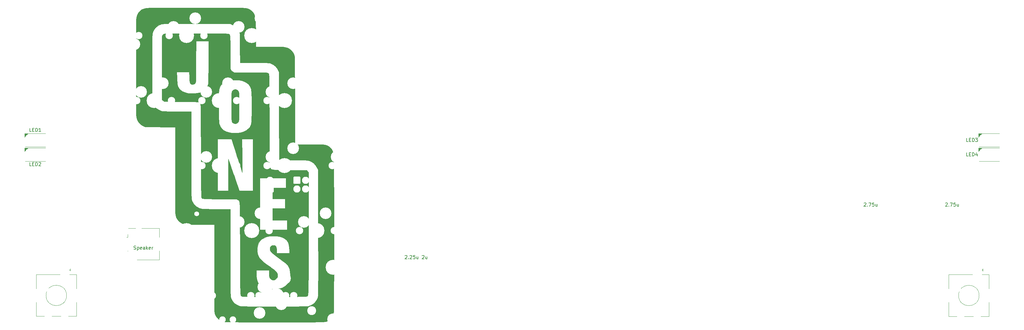
<source format=gto>
G04 #@! TF.GenerationSoftware,KiCad,Pcbnew,(5.1.10-1-10_14)*
G04 #@! TF.CreationDate,2021-08-04T05:45:13+09:00*
G04 #@! TF.ProjectId,Jones,4a6f6e65-732e-46b6-9963-61645f706362,v.1 (042)*
G04 #@! TF.SameCoordinates,Original*
G04 #@! TF.FileFunction,Legend,Top*
G04 #@! TF.FilePolarity,Positive*
%FSLAX46Y46*%
G04 Gerber Fmt 4.6, Leading zero omitted, Abs format (unit mm)*
G04 Created by KiCad (PCBNEW (5.1.10-1-10_14)) date 2021-08-04 05:45:13*
%MOMM*%
%LPD*%
G01*
G04 APERTURE LIST*
%ADD10C,0.150000*%
%ADD11C,0.120000*%
%ADD12C,0.010000*%
%ADD13C,3.400000*%
%ADD14C,4.387800*%
%ADD15C,2.150000*%
%ADD16O,5.600000X2.800000*%
%ADD17C,1.400000*%
%ADD18C,5.200000*%
%ADD19C,3.448000*%
%ADD20O,2.100000X2.100000*%
%ADD21C,1.900000*%
%ADD22C,2.600000*%
%ADD23O,2.000000X2.300000*%
%ADD24C,2.500000*%
%ADD25C,2.400000*%
%ADD26C,1.100000*%
%ADD27O,1.300000X2.800000*%
%ADD28O,1.300000X2.100000*%
G04 APERTURE END LIST*
D10*
X291671428Y-80908139D02*
X291719047Y-80860520D01*
X291814285Y-80812900D01*
X292052380Y-80812900D01*
X292147619Y-80860520D01*
X292195238Y-80908139D01*
X292242857Y-81003377D01*
X292242857Y-81098615D01*
X292195238Y-81241472D01*
X291623809Y-81812900D01*
X292242857Y-81812900D01*
X292671428Y-81717662D02*
X292719047Y-81765281D01*
X292671428Y-81812900D01*
X292623809Y-81765281D01*
X292671428Y-81717662D01*
X292671428Y-81812900D01*
X293052380Y-80812900D02*
X293719047Y-80812900D01*
X293290476Y-81812900D01*
X294576190Y-80812900D02*
X294100000Y-80812900D01*
X294052380Y-81289091D01*
X294100000Y-81241472D01*
X294195238Y-81193853D01*
X294433333Y-81193853D01*
X294528571Y-81241472D01*
X294576190Y-81289091D01*
X294623809Y-81384329D01*
X294623809Y-81622424D01*
X294576190Y-81717662D01*
X294528571Y-81765281D01*
X294433333Y-81812900D01*
X294195238Y-81812900D01*
X294100000Y-81765281D01*
X294052380Y-81717662D01*
X295480952Y-81146234D02*
X295480952Y-81812900D01*
X295052380Y-81146234D02*
X295052380Y-81670043D01*
X295100000Y-81765281D01*
X295195238Y-81812900D01*
X295338095Y-81812900D01*
X295433333Y-81765281D01*
X295480952Y-81717662D01*
X267871428Y-80908139D02*
X267919047Y-80860520D01*
X268014285Y-80812900D01*
X268252380Y-80812900D01*
X268347619Y-80860520D01*
X268395238Y-80908139D01*
X268442857Y-81003377D01*
X268442857Y-81098615D01*
X268395238Y-81241472D01*
X267823809Y-81812900D01*
X268442857Y-81812900D01*
X268871428Y-81717662D02*
X268919047Y-81765281D01*
X268871428Y-81812900D01*
X268823809Y-81765281D01*
X268871428Y-81717662D01*
X268871428Y-81812900D01*
X269252380Y-80812900D02*
X269919047Y-80812900D01*
X269490476Y-81812900D01*
X270776190Y-80812900D02*
X270300000Y-80812900D01*
X270252380Y-81289091D01*
X270300000Y-81241472D01*
X270395238Y-81193853D01*
X270633333Y-81193853D01*
X270728571Y-81241472D01*
X270776190Y-81289091D01*
X270823809Y-81384329D01*
X270823809Y-81622424D01*
X270776190Y-81717662D01*
X270728571Y-81765281D01*
X270633333Y-81812900D01*
X270395238Y-81812900D01*
X270300000Y-81765281D01*
X270252380Y-81717662D01*
X271680952Y-81146234D02*
X271680952Y-81812900D01*
X271252380Y-81146234D02*
X271252380Y-81670043D01*
X271300000Y-81765281D01*
X271395238Y-81812900D01*
X271538095Y-81812900D01*
X271633333Y-81765281D01*
X271680952Y-81717662D01*
X133711904Y-96308139D02*
X133759523Y-96260520D01*
X133854761Y-96212900D01*
X134092857Y-96212900D01*
X134188095Y-96260520D01*
X134235714Y-96308139D01*
X134283333Y-96403377D01*
X134283333Y-96498615D01*
X134235714Y-96641472D01*
X133664285Y-97212900D01*
X134283333Y-97212900D01*
X134711904Y-97117662D02*
X134759523Y-97165281D01*
X134711904Y-97212900D01*
X134664285Y-97165281D01*
X134711904Y-97117662D01*
X134711904Y-97212900D01*
X135140476Y-96308139D02*
X135188095Y-96260520D01*
X135283333Y-96212900D01*
X135521428Y-96212900D01*
X135616666Y-96260520D01*
X135664285Y-96308139D01*
X135711904Y-96403377D01*
X135711904Y-96498615D01*
X135664285Y-96641472D01*
X135092857Y-97212900D01*
X135711904Y-97212900D01*
X136616666Y-96212900D02*
X136140476Y-96212900D01*
X136092857Y-96689091D01*
X136140476Y-96641472D01*
X136235714Y-96593853D01*
X136473809Y-96593853D01*
X136569047Y-96641472D01*
X136616666Y-96689091D01*
X136664285Y-96784329D01*
X136664285Y-97022424D01*
X136616666Y-97117662D01*
X136569047Y-97165281D01*
X136473809Y-97212900D01*
X136235714Y-97212900D01*
X136140476Y-97165281D01*
X136092857Y-97117662D01*
X137521428Y-96546234D02*
X137521428Y-97212900D01*
X137092857Y-96546234D02*
X137092857Y-97070043D01*
X137140476Y-97165281D01*
X137235714Y-97212900D01*
X137378571Y-97212900D01*
X137473809Y-97165281D01*
X137521428Y-97117662D01*
X138711904Y-96308139D02*
X138759523Y-96260520D01*
X138854761Y-96212900D01*
X139092857Y-96212900D01*
X139188095Y-96260520D01*
X139235714Y-96308139D01*
X139283333Y-96403377D01*
X139283333Y-96498615D01*
X139235714Y-96641472D01*
X138664285Y-97212900D01*
X139283333Y-97212900D01*
X140140476Y-96546234D02*
X140140476Y-97212900D01*
X139711904Y-96546234D02*
X139711904Y-97070043D01*
X139759523Y-97165281D01*
X139854761Y-97212900D01*
X139997619Y-97212900D01*
X140092857Y-97165281D01*
X140140476Y-97117662D01*
D11*
X52640040Y-90940400D02*
X52640040Y-88290400D01*
X52640040Y-88290400D02*
X61860040Y-88290400D01*
X61860040Y-88290400D02*
X61860040Y-90940400D01*
X61860040Y-94860400D02*
X61860040Y-97510400D01*
X61860040Y-97510400D02*
X52640040Y-97510400D01*
X52640040Y-97510400D02*
X52640040Y-94860400D01*
X52640040Y-90940400D02*
X52310040Y-90940400D01*
X22500000Y-60500040D02*
X22500000Y-61575040D01*
X28600000Y-60500040D02*
X22500000Y-60500040D01*
X28600000Y-64400040D02*
X22700000Y-64400040D01*
G36*
X22500000Y-60500040D02*
G01*
X23500000Y-60500040D01*
X22500000Y-61575040D01*
X22500000Y-60500040D01*
G37*
X22500000Y-60500040D02*
X23500000Y-60500040D01*
X22500000Y-61575040D01*
X22500000Y-60500040D01*
G36*
X22500000Y-64700040D02*
G01*
X23500000Y-64700040D01*
X22500000Y-65775040D01*
X22500000Y-64700040D01*
G37*
X22500000Y-64700040D02*
X23500000Y-64700040D01*
X22500000Y-65775040D01*
X22500000Y-64700040D01*
X28600000Y-68600040D02*
X22700000Y-68600040D01*
X28600000Y-64700040D02*
X22500000Y-64700040D01*
X22500000Y-64700040D02*
X22500000Y-65775040D01*
X301300000Y-60500040D02*
X301300000Y-61575040D01*
X307400000Y-60500040D02*
X301300000Y-60500040D01*
X307400000Y-64400040D02*
X301500000Y-64400040D01*
G36*
X301300000Y-60500040D02*
G01*
X302300000Y-60500040D01*
X301300000Y-61575040D01*
X301300000Y-60500040D01*
G37*
X301300000Y-60500040D02*
X302300000Y-60500040D01*
X301300000Y-61575040D01*
X301300000Y-60500040D01*
G36*
X301300000Y-64700040D02*
G01*
X302300000Y-64700040D01*
X301300000Y-65775040D01*
X301300000Y-64700040D01*
G37*
X301300000Y-64700040D02*
X302300000Y-64700040D01*
X301300000Y-65775040D01*
X301300000Y-64700040D01*
X307400000Y-68600040D02*
X301500000Y-68600040D01*
X307400000Y-64700040D02*
X301300000Y-64700040D01*
X301300000Y-64700040D02*
X301300000Y-65775040D01*
X298493580Y-107465550D02*
X298493580Y-108465550D01*
X298993580Y-107965550D02*
X297993580Y-107965550D01*
X294993580Y-114065550D02*
X292593580Y-114065550D01*
X299793580Y-114065550D02*
X297193580Y-114065550D01*
X304393580Y-114065550D02*
X301993580Y-114065550D01*
X302593580Y-100765550D02*
X302293580Y-100465550D01*
X302593580Y-100165550D02*
X302593580Y-100765550D01*
X302293580Y-100465550D02*
X302593580Y-100165550D01*
X304393580Y-101865550D02*
X292593580Y-101865550D01*
X304393580Y-105965550D02*
X304393580Y-101865550D01*
X292593580Y-105965550D02*
X292593580Y-101865550D01*
X292593580Y-114065550D02*
X292593580Y-109965550D01*
X304393580Y-109965550D02*
X304393580Y-114065550D01*
X301493580Y-107965550D02*
G75*
G03*
X301493580Y-107965550I-3000000J0D01*
G01*
X34771347Y-107952828D02*
G75*
G03*
X34771347Y-107952828I-3000000J0D01*
G01*
X37671347Y-109952828D02*
X37671347Y-114052828D01*
X25871347Y-114052828D02*
X25871347Y-109952828D01*
X25871347Y-105952828D02*
X25871347Y-101852828D01*
X37671347Y-105952828D02*
X37671347Y-101852828D01*
X37671347Y-101852828D02*
X25871347Y-101852828D01*
X35571347Y-100452828D02*
X35871347Y-100152828D01*
X35871347Y-100152828D02*
X35871347Y-100752828D01*
X35871347Y-100752828D02*
X35571347Y-100452828D01*
X37671347Y-114052828D02*
X35271347Y-114052828D01*
X33071347Y-114052828D02*
X30471347Y-114052828D01*
X28271347Y-114052828D02*
X25871347Y-114052828D01*
X32271347Y-107952828D02*
X31271347Y-107952828D01*
X31771347Y-107452828D02*
X31771347Y-108452828D01*
D12*
G36*
X73353851Y-23660923D02*
G01*
X74723320Y-23661632D01*
X76075494Y-23663000D01*
X77399397Y-23665027D01*
X78684048Y-23667712D01*
X79918471Y-23671057D01*
X81091688Y-23675062D01*
X82192720Y-23679725D01*
X83210589Y-23685047D01*
X84134318Y-23691028D01*
X84952928Y-23697669D01*
X85655441Y-23704968D01*
X86230879Y-23712926D01*
X86668265Y-23721544D01*
X86956620Y-23730821D01*
X87076294Y-23739216D01*
X87807239Y-23925403D01*
X88456960Y-24252685D01*
X89011285Y-24706668D01*
X89456037Y-25272953D01*
X89777041Y-25937142D01*
X89957375Y-26665480D01*
X89975271Y-26874116D01*
X89991922Y-27232291D01*
X90006944Y-27720213D01*
X90019957Y-28318091D01*
X90030577Y-29006132D01*
X90038424Y-29764545D01*
X90043115Y-30573537D01*
X90044322Y-31171354D01*
X90046000Y-35087187D01*
X94004166Y-35088889D01*
X94827711Y-35090868D01*
X95616115Y-35095857D01*
X96349719Y-35103515D01*
X97008862Y-35113498D01*
X97573884Y-35125465D01*
X98025126Y-35139074D01*
X98342927Y-35153981D01*
X98490792Y-35167025D01*
X99218645Y-35353186D01*
X99871570Y-35680686D01*
X100432637Y-36132673D01*
X100884920Y-36692299D01*
X101211492Y-37342714D01*
X101393970Y-38056892D01*
X101403834Y-38209805D01*
X101413267Y-38523786D01*
X101422216Y-38990570D01*
X101430632Y-39601892D01*
X101438463Y-40349486D01*
X101445660Y-41225088D01*
X101452171Y-42220432D01*
X101457946Y-43327254D01*
X101462933Y-44537289D01*
X101467083Y-45842271D01*
X101470345Y-47233935D01*
X101472667Y-48704017D01*
X101474000Y-50244251D01*
X101474297Y-51152687D01*
X101476000Y-63704520D01*
X105649211Y-63704520D01*
X106631804Y-63705247D01*
X107460158Y-63707709D01*
X108149364Y-63712331D01*
X108714512Y-63719537D01*
X109170692Y-63729751D01*
X109532994Y-63743395D01*
X109816509Y-63760895D01*
X110036325Y-63782675D01*
X110207534Y-63809157D01*
X110327044Y-63835923D01*
X111030575Y-64102268D01*
X111640720Y-64502627D01*
X112143364Y-65021382D01*
X112524394Y-65642913D01*
X112769694Y-66351603D01*
X112816659Y-66590785D01*
X112825315Y-66728661D01*
X112833546Y-67027274D01*
X112841351Y-67478058D01*
X112848728Y-68072446D01*
X112855677Y-68801874D01*
X112862196Y-69657775D01*
X112868284Y-70631584D01*
X112873940Y-71714735D01*
X112879162Y-72898663D01*
X112883950Y-74174800D01*
X112888301Y-75534582D01*
X112892215Y-76969444D01*
X112895691Y-78470818D01*
X112898727Y-80030140D01*
X112901321Y-81638843D01*
X112903474Y-83288362D01*
X112905183Y-84970132D01*
X112906447Y-86675585D01*
X112907265Y-88396158D01*
X112907636Y-90123283D01*
X112907559Y-91848395D01*
X112907032Y-93562928D01*
X112906053Y-95258317D01*
X112904623Y-96925996D01*
X112902739Y-98557399D01*
X112900400Y-100143960D01*
X112897606Y-101677113D01*
X112894354Y-103148294D01*
X112890643Y-104548935D01*
X112886473Y-105870471D01*
X112881842Y-107104337D01*
X112876749Y-108241967D01*
X112871192Y-109274794D01*
X112865170Y-110194254D01*
X112858683Y-110991780D01*
X112851728Y-111658806D01*
X112844305Y-112186768D01*
X112836412Y-112567099D01*
X112828048Y-112791233D01*
X112823393Y-112843958D01*
X112629432Y-113550862D01*
X112298345Y-114204673D01*
X111851128Y-114773958D01*
X111308780Y-115227284D01*
X111176059Y-115309930D01*
X111079756Y-115367831D01*
X110992171Y-115420723D01*
X110905620Y-115468829D01*
X110812420Y-115512373D01*
X110704888Y-115551578D01*
X110575340Y-115586668D01*
X110416094Y-115617865D01*
X110219465Y-115645393D01*
X109977771Y-115669475D01*
X109683327Y-115690335D01*
X109328452Y-115708196D01*
X108905461Y-115723281D01*
X108406672Y-115735814D01*
X107824400Y-115746017D01*
X107150962Y-115754115D01*
X106378676Y-115760330D01*
X105499858Y-115764886D01*
X104506825Y-115768007D01*
X103391892Y-115769914D01*
X102147378Y-115770833D01*
X100765598Y-115770986D01*
X99238870Y-115770596D01*
X97559509Y-115769886D01*
X95719833Y-115769081D01*
X95383378Y-115768948D01*
X93513554Y-115768061D01*
X91805756Y-115766865D01*
X90252679Y-115765297D01*
X88847014Y-115763297D01*
X87581455Y-115760802D01*
X86448696Y-115757749D01*
X85441430Y-115754076D01*
X84552350Y-115749722D01*
X83774149Y-115744624D01*
X83099521Y-115738719D01*
X82521159Y-115731947D01*
X82031755Y-115724244D01*
X81624005Y-115715548D01*
X81290600Y-115705797D01*
X81024234Y-115694930D01*
X80817600Y-115682883D01*
X80663392Y-115669595D01*
X80554302Y-115655003D01*
X80494278Y-115642262D01*
X79822477Y-115376845D01*
X79227990Y-114973607D01*
X78728871Y-114453353D01*
X78343174Y-113836887D01*
X78088954Y-113145016D01*
X78018505Y-112789312D01*
X78009451Y-112642683D01*
X78000707Y-112336137D01*
X77992328Y-111879090D01*
X77984371Y-111280957D01*
X77976892Y-110551154D01*
X77969946Y-109699099D01*
X77963591Y-108734205D01*
X77957883Y-107665890D01*
X77952877Y-106503569D01*
X77948630Y-105256659D01*
X77945198Y-103934574D01*
X77942638Y-102546732D01*
X77941006Y-101102547D01*
X77940369Y-99709020D01*
X77938666Y-87157187D01*
X73635749Y-87157187D01*
X72655253Y-87156680D01*
X71829198Y-87154861D01*
X71142692Y-87151283D01*
X70580843Y-87145500D01*
X70128760Y-87137065D01*
X69771553Y-87125532D01*
X69494329Y-87110453D01*
X69282199Y-87091384D01*
X69120270Y-87067876D01*
X68993651Y-87039483D01*
X68915582Y-87015626D01*
X68208374Y-86692734D01*
X67613530Y-86247415D01*
X67140616Y-85690964D01*
X66799200Y-85034673D01*
X66598847Y-84289837D01*
X66597039Y-84278520D01*
X66583602Y-84105903D01*
X66571237Y-83765852D01*
X66559957Y-83260266D01*
X66549774Y-82591040D01*
X66540702Y-81760071D01*
X66532752Y-80769256D01*
X66525938Y-79620493D01*
X66520273Y-78315678D01*
X66515769Y-76856707D01*
X66512438Y-75245478D01*
X66510294Y-73483888D01*
X66509349Y-71573834D01*
X66509306Y-71181215D01*
X66508666Y-58634243D01*
X57745666Y-58582187D01*
X57142656Y-58299475D01*
X56480762Y-57900294D01*
X55935788Y-57384658D01*
X55519146Y-56767601D01*
X55242248Y-56064154D01*
X55160360Y-55688345D01*
X55150190Y-55541333D01*
X55140698Y-55235916D01*
X55131884Y-54783022D01*
X55123749Y-54193580D01*
X55116291Y-53478516D01*
X55109512Y-52648758D01*
X55103412Y-51715235D01*
X55097989Y-50688873D01*
X55093244Y-49580601D01*
X55089178Y-48401346D01*
X55085790Y-47162035D01*
X55083080Y-45873597D01*
X55081049Y-44546958D01*
X55079695Y-43193048D01*
X55079020Y-41822793D01*
X55079021Y-41144232D01*
X59736338Y-41144232D01*
X59736404Y-42645199D01*
X59737014Y-43986234D01*
X59738290Y-45176734D01*
X59740351Y-46226101D01*
X59743318Y-47143734D01*
X59747310Y-47939032D01*
X59752447Y-48621396D01*
X59758851Y-49200224D01*
X59766642Y-49684917D01*
X59775939Y-50084874D01*
X59786862Y-50409494D01*
X59799533Y-50668178D01*
X59814070Y-50870325D01*
X59830596Y-51025335D01*
X59849228Y-51142607D01*
X59865119Y-51213227D01*
X60136509Y-51935651D01*
X60544206Y-52581412D01*
X61067981Y-53131395D01*
X61687604Y-53566487D01*
X62382846Y-53867574D01*
X62779917Y-53967206D01*
X62966907Y-53986311D01*
X63307282Y-54003602D01*
X63785099Y-54018772D01*
X64384416Y-54031511D01*
X65089291Y-54041513D01*
X65883781Y-54048470D01*
X66751944Y-54052072D01*
X67197556Y-54052520D01*
X71165333Y-54052520D01*
X71166338Y-66689020D01*
X71166410Y-68424717D01*
X71166509Y-69999437D01*
X71166898Y-71421535D01*
X71167836Y-72699366D01*
X71169583Y-73841286D01*
X71172400Y-74855651D01*
X71176548Y-75750816D01*
X71182287Y-76535137D01*
X71189878Y-77216970D01*
X71199581Y-77804670D01*
X71211657Y-78306592D01*
X71226366Y-78731092D01*
X71243969Y-79086526D01*
X71264726Y-79381249D01*
X71288897Y-79623617D01*
X71316744Y-79821986D01*
X71348527Y-79984711D01*
X71384507Y-80120147D01*
X71424943Y-80236650D01*
X71470096Y-80342576D01*
X71520227Y-80446281D01*
X71575597Y-80556119D01*
X71600240Y-80605609D01*
X71889579Y-81059450D01*
X72291352Y-81511190D01*
X72755203Y-81912122D01*
X73230772Y-82213538D01*
X73294942Y-82244798D01*
X73682895Y-82395072D01*
X74125700Y-82521906D01*
X74425000Y-82581188D01*
X74634548Y-82599185D01*
X74992817Y-82615959D01*
X75479192Y-82631103D01*
X76073063Y-82644207D01*
X76753816Y-82654862D01*
X77500841Y-82662658D01*
X78293525Y-82667186D01*
X78806500Y-82668176D01*
X82595333Y-82669854D01*
X82595333Y-95267398D01*
X82595275Y-97005529D01*
X82595273Y-98582657D01*
X82595587Y-100007115D01*
X82596474Y-101287234D01*
X82598194Y-102431345D01*
X82601005Y-103447780D01*
X82605167Y-104344869D01*
X82610936Y-105130944D01*
X82618574Y-105814337D01*
X82628337Y-106403378D01*
X82640486Y-106906400D01*
X82655277Y-107331733D01*
X82672972Y-107687709D01*
X82693827Y-107982659D01*
X82718102Y-108224915D01*
X82746055Y-108422807D01*
X82777945Y-108584668D01*
X82814032Y-108718828D01*
X82854572Y-108833619D01*
X82899827Y-108937372D01*
X82950053Y-109038418D01*
X83005509Y-109145089D01*
X83027613Y-109188057D01*
X83248761Y-109531298D01*
X83565019Y-109910545D01*
X83926841Y-110273773D01*
X84284684Y-110568961D01*
X84439685Y-110670739D01*
X84738094Y-110822066D01*
X85095786Y-110971580D01*
X85287538Y-111039045D01*
X85368948Y-111062842D01*
X85462401Y-111084076D01*
X85577500Y-111102895D01*
X85723849Y-111119451D01*
X85911051Y-111133893D01*
X86148710Y-111146369D01*
X86446429Y-111157031D01*
X86813812Y-111166027D01*
X87260461Y-111173507D01*
X87795982Y-111179621D01*
X88429976Y-111184518D01*
X89172048Y-111188348D01*
X90031801Y-111191262D01*
X91018838Y-111193407D01*
X92142763Y-111194935D01*
X93413180Y-111195994D01*
X94839692Y-111196734D01*
X95422333Y-111196962D01*
X96962614Y-111197197D01*
X98342110Y-111196645D01*
X99569365Y-111195214D01*
X100652926Y-111192810D01*
X101601339Y-111189342D01*
X102423149Y-111184715D01*
X103126903Y-111178838D01*
X103721145Y-111171616D01*
X104214423Y-111162958D01*
X104615282Y-111152770D01*
X104932267Y-111140960D01*
X105173926Y-111127434D01*
X105348802Y-111112100D01*
X105465443Y-111094864D01*
X105497666Y-111087428D01*
X106243215Y-110808025D01*
X106901106Y-110399277D01*
X107453993Y-109877420D01*
X107884531Y-109258695D01*
X108166598Y-108588799D01*
X108185762Y-108523505D01*
X108203418Y-108454773D01*
X108219619Y-108375778D01*
X108234417Y-108279696D01*
X108247865Y-108159703D01*
X108260017Y-108008975D01*
X108270925Y-107820688D01*
X108280642Y-107588018D01*
X108289222Y-107304141D01*
X108296716Y-106962232D01*
X108303178Y-106555469D01*
X108308661Y-106077026D01*
X108313217Y-105520079D01*
X108316900Y-104877804D01*
X108319763Y-104143379D01*
X108321858Y-103309977D01*
X108323238Y-102370775D01*
X108323957Y-101318950D01*
X108324066Y-100147676D01*
X108323620Y-98850131D01*
X108322671Y-97419489D01*
X108321272Y-95848927D01*
X108319475Y-94131621D01*
X108317334Y-92260746D01*
X108314902Y-90229479D01*
X108314097Y-89565783D01*
X108291666Y-71104047D01*
X107976841Y-70467053D01*
X107549028Y-69778150D01*
X107011783Y-69208873D01*
X106379744Y-68770298D01*
X105667547Y-68473500D01*
X105201333Y-68367020D01*
X104982649Y-68345902D01*
X104609869Y-68327035D01*
X104098216Y-68310726D01*
X103462918Y-68297287D01*
X102719198Y-68287025D01*
X101882282Y-68280250D01*
X100967395Y-68277272D01*
X100778569Y-68277160D01*
X96906139Y-68276520D01*
X96883903Y-55428354D01*
X96861666Y-42580187D01*
X96671769Y-42114520D01*
X96307409Y-41436871D01*
X95809355Y-40834846D01*
X95206737Y-40337577D01*
X94533333Y-39976084D01*
X94425238Y-39933480D01*
X94317527Y-39897678D01*
X94194950Y-39867990D01*
X94042256Y-39843731D01*
X93844193Y-39824216D01*
X93585511Y-39808758D01*
X93250958Y-39796672D01*
X92825284Y-39787273D01*
X92293236Y-39779874D01*
X91639565Y-39773789D01*
X90849019Y-39768334D01*
X89906347Y-39762821D01*
X89773777Y-39762076D01*
X85479888Y-39737965D01*
X85455777Y-35444076D01*
X85450208Y-34480808D01*
X85444784Y-33671621D01*
X85438818Y-33001263D01*
X85431626Y-32454483D01*
X85422521Y-32016030D01*
X85410818Y-31670653D01*
X85395830Y-31403100D01*
X85376873Y-31198122D01*
X85353261Y-31040466D01*
X85324307Y-30914882D01*
X85289326Y-30806118D01*
X85247632Y-30698924D01*
X85241769Y-30684520D01*
X84877409Y-30006871D01*
X84379355Y-29404846D01*
X83776737Y-28907577D01*
X83103333Y-28546084D01*
X82637666Y-28356187D01*
X72764772Y-28333652D01*
X71260570Y-28330310D01*
X69916179Y-28327612D01*
X68722076Y-28325682D01*
X67668741Y-28324645D01*
X66746652Y-28324626D01*
X65946286Y-28325747D01*
X65258122Y-28328134D01*
X64672639Y-28331910D01*
X64180314Y-28337201D01*
X63771626Y-28344130D01*
X63437054Y-28352821D01*
X63167074Y-28363398D01*
X62952166Y-28375987D01*
X62782808Y-28390711D01*
X62649478Y-28407694D01*
X62542654Y-28427061D01*
X62452815Y-28448936D01*
X62384285Y-28469098D01*
X61670219Y-28776854D01*
X61036865Y-29221993D01*
X60508301Y-29784237D01*
X60155962Y-30345854D01*
X60092683Y-30470539D01*
X60036120Y-30586729D01*
X59985898Y-30704143D01*
X59941638Y-30832501D01*
X59902963Y-30981522D01*
X59869495Y-31160924D01*
X59840855Y-31380428D01*
X59816667Y-31649753D01*
X59796553Y-31978618D01*
X59780135Y-32376742D01*
X59767036Y-32853844D01*
X59756877Y-33419644D01*
X59749281Y-34083861D01*
X59743871Y-34856214D01*
X59740268Y-35746422D01*
X59738096Y-36764206D01*
X59736975Y-37919283D01*
X59736529Y-39221374D01*
X59736380Y-40680197D01*
X59736338Y-41144232D01*
X55079021Y-41144232D01*
X55079023Y-40447121D01*
X55079704Y-39076959D01*
X55081063Y-37723236D01*
X55083101Y-36396879D01*
X55085816Y-35108816D01*
X55089210Y-33869974D01*
X55093282Y-32691281D01*
X55098033Y-31583665D01*
X55103461Y-30558053D01*
X55109568Y-29625373D01*
X55116353Y-28796553D01*
X55123816Y-28082521D01*
X55131957Y-27494203D01*
X55140776Y-27042528D01*
X55150274Y-26738424D01*
X55160360Y-26593362D01*
X55360251Y-25867408D01*
X55699995Y-25218483D01*
X56162543Y-24663436D01*
X56730848Y-24219116D01*
X57387860Y-23902370D01*
X58048372Y-23739216D01*
X58201540Y-23729380D01*
X58513062Y-23720203D01*
X58971961Y-23711685D01*
X59567257Y-23703825D01*
X60287973Y-23696625D01*
X61123131Y-23690084D01*
X62061753Y-23684202D01*
X63092861Y-23678980D01*
X64205477Y-23674416D01*
X65388622Y-23670511D01*
X66631319Y-23667265D01*
X67922590Y-23664679D01*
X69251457Y-23662751D01*
X70606941Y-23661483D01*
X71978065Y-23660873D01*
X73353851Y-23660923D01*
G37*
X73353851Y-23660923D02*
X74723320Y-23661632D01*
X76075494Y-23663000D01*
X77399397Y-23665027D01*
X78684048Y-23667712D01*
X79918471Y-23671057D01*
X81091688Y-23675062D01*
X82192720Y-23679725D01*
X83210589Y-23685047D01*
X84134318Y-23691028D01*
X84952928Y-23697669D01*
X85655441Y-23704968D01*
X86230879Y-23712926D01*
X86668265Y-23721544D01*
X86956620Y-23730821D01*
X87076294Y-23739216D01*
X87807239Y-23925403D01*
X88456960Y-24252685D01*
X89011285Y-24706668D01*
X89456037Y-25272953D01*
X89777041Y-25937142D01*
X89957375Y-26665480D01*
X89975271Y-26874116D01*
X89991922Y-27232291D01*
X90006944Y-27720213D01*
X90019957Y-28318091D01*
X90030577Y-29006132D01*
X90038424Y-29764545D01*
X90043115Y-30573537D01*
X90044322Y-31171354D01*
X90046000Y-35087187D01*
X94004166Y-35088889D01*
X94827711Y-35090868D01*
X95616115Y-35095857D01*
X96349719Y-35103515D01*
X97008862Y-35113498D01*
X97573884Y-35125465D01*
X98025126Y-35139074D01*
X98342927Y-35153981D01*
X98490792Y-35167025D01*
X99218645Y-35353186D01*
X99871570Y-35680686D01*
X100432637Y-36132673D01*
X100884920Y-36692299D01*
X101211492Y-37342714D01*
X101393970Y-38056892D01*
X101403834Y-38209805D01*
X101413267Y-38523786D01*
X101422216Y-38990570D01*
X101430632Y-39601892D01*
X101438463Y-40349486D01*
X101445660Y-41225088D01*
X101452171Y-42220432D01*
X101457946Y-43327254D01*
X101462933Y-44537289D01*
X101467083Y-45842271D01*
X101470345Y-47233935D01*
X101472667Y-48704017D01*
X101474000Y-50244251D01*
X101474297Y-51152687D01*
X101476000Y-63704520D01*
X105649211Y-63704520D01*
X106631804Y-63705247D01*
X107460158Y-63707709D01*
X108149364Y-63712331D01*
X108714512Y-63719537D01*
X109170692Y-63729751D01*
X109532994Y-63743395D01*
X109816509Y-63760895D01*
X110036325Y-63782675D01*
X110207534Y-63809157D01*
X110327044Y-63835923D01*
X111030575Y-64102268D01*
X111640720Y-64502627D01*
X112143364Y-65021382D01*
X112524394Y-65642913D01*
X112769694Y-66351603D01*
X112816659Y-66590785D01*
X112825315Y-66728661D01*
X112833546Y-67027274D01*
X112841351Y-67478058D01*
X112848728Y-68072446D01*
X112855677Y-68801874D01*
X112862196Y-69657775D01*
X112868284Y-70631584D01*
X112873940Y-71714735D01*
X112879162Y-72898663D01*
X112883950Y-74174800D01*
X112888301Y-75534582D01*
X112892215Y-76969444D01*
X112895691Y-78470818D01*
X112898727Y-80030140D01*
X112901321Y-81638843D01*
X112903474Y-83288362D01*
X112905183Y-84970132D01*
X112906447Y-86675585D01*
X112907265Y-88396158D01*
X112907636Y-90123283D01*
X112907559Y-91848395D01*
X112907032Y-93562928D01*
X112906053Y-95258317D01*
X112904623Y-96925996D01*
X112902739Y-98557399D01*
X112900400Y-100143960D01*
X112897606Y-101677113D01*
X112894354Y-103148294D01*
X112890643Y-104548935D01*
X112886473Y-105870471D01*
X112881842Y-107104337D01*
X112876749Y-108241967D01*
X112871192Y-109274794D01*
X112865170Y-110194254D01*
X112858683Y-110991780D01*
X112851728Y-111658806D01*
X112844305Y-112186768D01*
X112836412Y-112567099D01*
X112828048Y-112791233D01*
X112823393Y-112843958D01*
X112629432Y-113550862D01*
X112298345Y-114204673D01*
X111851128Y-114773958D01*
X111308780Y-115227284D01*
X111176059Y-115309930D01*
X111079756Y-115367831D01*
X110992171Y-115420723D01*
X110905620Y-115468829D01*
X110812420Y-115512373D01*
X110704888Y-115551578D01*
X110575340Y-115586668D01*
X110416094Y-115617865D01*
X110219465Y-115645393D01*
X109977771Y-115669475D01*
X109683327Y-115690335D01*
X109328452Y-115708196D01*
X108905461Y-115723281D01*
X108406672Y-115735814D01*
X107824400Y-115746017D01*
X107150962Y-115754115D01*
X106378676Y-115760330D01*
X105499858Y-115764886D01*
X104506825Y-115768007D01*
X103391892Y-115769914D01*
X102147378Y-115770833D01*
X100765598Y-115770986D01*
X99238870Y-115770596D01*
X97559509Y-115769886D01*
X95719833Y-115769081D01*
X95383378Y-115768948D01*
X93513554Y-115768061D01*
X91805756Y-115766865D01*
X90252679Y-115765297D01*
X88847014Y-115763297D01*
X87581455Y-115760802D01*
X86448696Y-115757749D01*
X85441430Y-115754076D01*
X84552350Y-115749722D01*
X83774149Y-115744624D01*
X83099521Y-115738719D01*
X82521159Y-115731947D01*
X82031755Y-115724244D01*
X81624005Y-115715548D01*
X81290600Y-115705797D01*
X81024234Y-115694930D01*
X80817600Y-115682883D01*
X80663392Y-115669595D01*
X80554302Y-115655003D01*
X80494278Y-115642262D01*
X79822477Y-115376845D01*
X79227990Y-114973607D01*
X78728871Y-114453353D01*
X78343174Y-113836887D01*
X78088954Y-113145016D01*
X78018505Y-112789312D01*
X78009451Y-112642683D01*
X78000707Y-112336137D01*
X77992328Y-111879090D01*
X77984371Y-111280957D01*
X77976892Y-110551154D01*
X77969946Y-109699099D01*
X77963591Y-108734205D01*
X77957883Y-107665890D01*
X77952877Y-106503569D01*
X77948630Y-105256659D01*
X77945198Y-103934574D01*
X77942638Y-102546732D01*
X77941006Y-101102547D01*
X77940369Y-99709020D01*
X77938666Y-87157187D01*
X73635749Y-87157187D01*
X72655253Y-87156680D01*
X71829198Y-87154861D01*
X71142692Y-87151283D01*
X70580843Y-87145500D01*
X70128760Y-87137065D01*
X69771553Y-87125532D01*
X69494329Y-87110453D01*
X69282199Y-87091384D01*
X69120270Y-87067876D01*
X68993651Y-87039483D01*
X68915582Y-87015626D01*
X68208374Y-86692734D01*
X67613530Y-86247415D01*
X67140616Y-85690964D01*
X66799200Y-85034673D01*
X66598847Y-84289837D01*
X66597039Y-84278520D01*
X66583602Y-84105903D01*
X66571237Y-83765852D01*
X66559957Y-83260266D01*
X66549774Y-82591040D01*
X66540702Y-81760071D01*
X66532752Y-80769256D01*
X66525938Y-79620493D01*
X66520273Y-78315678D01*
X66515769Y-76856707D01*
X66512438Y-75245478D01*
X66510294Y-73483888D01*
X66509349Y-71573834D01*
X66509306Y-71181215D01*
X66508666Y-58634243D01*
X57745666Y-58582187D01*
X57142656Y-58299475D01*
X56480762Y-57900294D01*
X55935788Y-57384658D01*
X55519146Y-56767601D01*
X55242248Y-56064154D01*
X55160360Y-55688345D01*
X55150190Y-55541333D01*
X55140698Y-55235916D01*
X55131884Y-54783022D01*
X55123749Y-54193580D01*
X55116291Y-53478516D01*
X55109512Y-52648758D01*
X55103412Y-51715235D01*
X55097989Y-50688873D01*
X55093244Y-49580601D01*
X55089178Y-48401346D01*
X55085790Y-47162035D01*
X55083080Y-45873597D01*
X55081049Y-44546958D01*
X55079695Y-43193048D01*
X55079020Y-41822793D01*
X55079021Y-41144232D01*
X59736338Y-41144232D01*
X59736404Y-42645199D01*
X59737014Y-43986234D01*
X59738290Y-45176734D01*
X59740351Y-46226101D01*
X59743318Y-47143734D01*
X59747310Y-47939032D01*
X59752447Y-48621396D01*
X59758851Y-49200224D01*
X59766642Y-49684917D01*
X59775939Y-50084874D01*
X59786862Y-50409494D01*
X59799533Y-50668178D01*
X59814070Y-50870325D01*
X59830596Y-51025335D01*
X59849228Y-51142607D01*
X59865119Y-51213227D01*
X60136509Y-51935651D01*
X60544206Y-52581412D01*
X61067981Y-53131395D01*
X61687604Y-53566487D01*
X62382846Y-53867574D01*
X62779917Y-53967206D01*
X62966907Y-53986311D01*
X63307282Y-54003602D01*
X63785099Y-54018772D01*
X64384416Y-54031511D01*
X65089291Y-54041513D01*
X65883781Y-54048470D01*
X66751944Y-54052072D01*
X67197556Y-54052520D01*
X71165333Y-54052520D01*
X71166338Y-66689020D01*
X71166410Y-68424717D01*
X71166509Y-69999437D01*
X71166898Y-71421535D01*
X71167836Y-72699366D01*
X71169583Y-73841286D01*
X71172400Y-74855651D01*
X71176548Y-75750816D01*
X71182287Y-76535137D01*
X71189878Y-77216970D01*
X71199581Y-77804670D01*
X71211657Y-78306592D01*
X71226366Y-78731092D01*
X71243969Y-79086526D01*
X71264726Y-79381249D01*
X71288897Y-79623617D01*
X71316744Y-79821986D01*
X71348527Y-79984711D01*
X71384507Y-80120147D01*
X71424943Y-80236650D01*
X71470096Y-80342576D01*
X71520227Y-80446281D01*
X71575597Y-80556119D01*
X71600240Y-80605609D01*
X71889579Y-81059450D01*
X72291352Y-81511190D01*
X72755203Y-81912122D01*
X73230772Y-82213538D01*
X73294942Y-82244798D01*
X73682895Y-82395072D01*
X74125700Y-82521906D01*
X74425000Y-82581188D01*
X74634548Y-82599185D01*
X74992817Y-82615959D01*
X75479192Y-82631103D01*
X76073063Y-82644207D01*
X76753816Y-82654862D01*
X77500841Y-82662658D01*
X78293525Y-82667186D01*
X78806500Y-82668176D01*
X82595333Y-82669854D01*
X82595333Y-95267398D01*
X82595275Y-97005529D01*
X82595273Y-98582657D01*
X82595587Y-100007115D01*
X82596474Y-101287234D01*
X82598194Y-102431345D01*
X82601005Y-103447780D01*
X82605167Y-104344869D01*
X82610936Y-105130944D01*
X82618574Y-105814337D01*
X82628337Y-106403378D01*
X82640486Y-106906400D01*
X82655277Y-107331733D01*
X82672972Y-107687709D01*
X82693827Y-107982659D01*
X82718102Y-108224915D01*
X82746055Y-108422807D01*
X82777945Y-108584668D01*
X82814032Y-108718828D01*
X82854572Y-108833619D01*
X82899827Y-108937372D01*
X82950053Y-109038418D01*
X83005509Y-109145089D01*
X83027613Y-109188057D01*
X83248761Y-109531298D01*
X83565019Y-109910545D01*
X83926841Y-110273773D01*
X84284684Y-110568961D01*
X84439685Y-110670739D01*
X84738094Y-110822066D01*
X85095786Y-110971580D01*
X85287538Y-111039045D01*
X85368948Y-111062842D01*
X85462401Y-111084076D01*
X85577500Y-111102895D01*
X85723849Y-111119451D01*
X85911051Y-111133893D01*
X86148710Y-111146369D01*
X86446429Y-111157031D01*
X86813812Y-111166027D01*
X87260461Y-111173507D01*
X87795982Y-111179621D01*
X88429976Y-111184518D01*
X89172048Y-111188348D01*
X90031801Y-111191262D01*
X91018838Y-111193407D01*
X92142763Y-111194935D01*
X93413180Y-111195994D01*
X94839692Y-111196734D01*
X95422333Y-111196962D01*
X96962614Y-111197197D01*
X98342110Y-111196645D01*
X99569365Y-111195214D01*
X100652926Y-111192810D01*
X101601339Y-111189342D01*
X102423149Y-111184715D01*
X103126903Y-111178838D01*
X103721145Y-111171616D01*
X104214423Y-111162958D01*
X104615282Y-111152770D01*
X104932267Y-111140960D01*
X105173926Y-111127434D01*
X105348802Y-111112100D01*
X105465443Y-111094864D01*
X105497666Y-111087428D01*
X106243215Y-110808025D01*
X106901106Y-110399277D01*
X107453993Y-109877420D01*
X107884531Y-109258695D01*
X108166598Y-108588799D01*
X108185762Y-108523505D01*
X108203418Y-108454773D01*
X108219619Y-108375778D01*
X108234417Y-108279696D01*
X108247865Y-108159703D01*
X108260017Y-108008975D01*
X108270925Y-107820688D01*
X108280642Y-107588018D01*
X108289222Y-107304141D01*
X108296716Y-106962232D01*
X108303178Y-106555469D01*
X108308661Y-106077026D01*
X108313217Y-105520079D01*
X108316900Y-104877804D01*
X108319763Y-104143379D01*
X108321858Y-103309977D01*
X108323238Y-102370775D01*
X108323957Y-101318950D01*
X108324066Y-100147676D01*
X108323620Y-98850131D01*
X108322671Y-97419489D01*
X108321272Y-95848927D01*
X108319475Y-94131621D01*
X108317334Y-92260746D01*
X108314902Y-90229479D01*
X108314097Y-89565783D01*
X108291666Y-71104047D01*
X107976841Y-70467053D01*
X107549028Y-69778150D01*
X107011783Y-69208873D01*
X106379744Y-68770298D01*
X105667547Y-68473500D01*
X105201333Y-68367020D01*
X104982649Y-68345902D01*
X104609869Y-68327035D01*
X104098216Y-68310726D01*
X103462918Y-68297287D01*
X102719198Y-68287025D01*
X101882282Y-68280250D01*
X100967395Y-68277272D01*
X100778569Y-68277160D01*
X96906139Y-68276520D01*
X96883903Y-55428354D01*
X96861666Y-42580187D01*
X96671769Y-42114520D01*
X96307409Y-41436871D01*
X95809355Y-40834846D01*
X95206737Y-40337577D01*
X94533333Y-39976084D01*
X94425238Y-39933480D01*
X94317527Y-39897678D01*
X94194950Y-39867990D01*
X94042256Y-39843731D01*
X93844193Y-39824216D01*
X93585511Y-39808758D01*
X93250958Y-39796672D01*
X92825284Y-39787273D01*
X92293236Y-39779874D01*
X91639565Y-39773789D01*
X90849019Y-39768334D01*
X89906347Y-39762821D01*
X89773777Y-39762076D01*
X85479888Y-39737965D01*
X85455777Y-35444076D01*
X85450208Y-34480808D01*
X85444784Y-33671621D01*
X85438818Y-33001263D01*
X85431626Y-32454483D01*
X85422521Y-32016030D01*
X85410818Y-31670653D01*
X85395830Y-31403100D01*
X85376873Y-31198122D01*
X85353261Y-31040466D01*
X85324307Y-30914882D01*
X85289326Y-30806118D01*
X85247632Y-30698924D01*
X85241769Y-30684520D01*
X84877409Y-30006871D01*
X84379355Y-29404846D01*
X83776737Y-28907577D01*
X83103333Y-28546084D01*
X82637666Y-28356187D01*
X72764772Y-28333652D01*
X71260570Y-28330310D01*
X69916179Y-28327612D01*
X68722076Y-28325682D01*
X67668741Y-28324645D01*
X66746652Y-28324626D01*
X65946286Y-28325747D01*
X65258122Y-28328134D01*
X64672639Y-28331910D01*
X64180314Y-28337201D01*
X63771626Y-28344130D01*
X63437054Y-28352821D01*
X63167074Y-28363398D01*
X62952166Y-28375987D01*
X62782808Y-28390711D01*
X62649478Y-28407694D01*
X62542654Y-28427061D01*
X62452815Y-28448936D01*
X62384285Y-28469098D01*
X61670219Y-28776854D01*
X61036865Y-29221993D01*
X60508301Y-29784237D01*
X60155962Y-30345854D01*
X60092683Y-30470539D01*
X60036120Y-30586729D01*
X59985898Y-30704143D01*
X59941638Y-30832501D01*
X59902963Y-30981522D01*
X59869495Y-31160924D01*
X59840855Y-31380428D01*
X59816667Y-31649753D01*
X59796553Y-31978618D01*
X59780135Y-32376742D01*
X59767036Y-32853844D01*
X59756877Y-33419644D01*
X59749281Y-34083861D01*
X59743871Y-34856214D01*
X59740268Y-35746422D01*
X59738096Y-36764206D01*
X59736975Y-37919283D01*
X59736529Y-39221374D01*
X59736380Y-40680197D01*
X59736338Y-41144232D01*
X55079021Y-41144232D01*
X55079023Y-40447121D01*
X55079704Y-39076959D01*
X55081063Y-37723236D01*
X55083101Y-36396879D01*
X55085816Y-35108816D01*
X55089210Y-33869974D01*
X55093282Y-32691281D01*
X55098033Y-31583665D01*
X55103461Y-30558053D01*
X55109568Y-29625373D01*
X55116353Y-28796553D01*
X55123816Y-28082521D01*
X55131957Y-27494203D01*
X55140776Y-27042528D01*
X55150274Y-26738424D01*
X55160360Y-26593362D01*
X55360251Y-25867408D01*
X55699995Y-25218483D01*
X56162543Y-24663436D01*
X56730848Y-24219116D01*
X57387860Y-23902370D01*
X58048372Y-23739216D01*
X58201540Y-23729380D01*
X58513062Y-23720203D01*
X58971961Y-23711685D01*
X59567257Y-23703825D01*
X60287973Y-23696625D01*
X61123131Y-23690084D01*
X62061753Y-23684202D01*
X63092861Y-23678980D01*
X64205477Y-23674416D01*
X65388622Y-23670511D01*
X66631319Y-23667265D01*
X67922590Y-23664679D01*
X69251457Y-23662751D01*
X70606941Y-23661483D01*
X71978065Y-23660873D01*
X73353851Y-23660923D01*
G36*
X76560319Y-31192825D02*
G01*
X77589560Y-31194164D01*
X78486927Y-31196971D01*
X79261784Y-31201726D01*
X79923496Y-31208907D01*
X80481429Y-31218993D01*
X80944945Y-31232463D01*
X81323411Y-31249794D01*
X81626190Y-31271466D01*
X81862648Y-31297957D01*
X82042149Y-31329746D01*
X82174057Y-31367312D01*
X82267738Y-31411132D01*
X82332555Y-31461687D01*
X82377874Y-31519453D01*
X82413060Y-31584911D01*
X82447476Y-31658538D01*
X82466900Y-31697749D01*
X82494838Y-31770636D01*
X82518512Y-31881358D01*
X82538259Y-32043106D01*
X82554416Y-32269074D01*
X82567320Y-32572454D01*
X82577309Y-32966437D01*
X82584720Y-33464217D01*
X82589891Y-34078986D01*
X82593158Y-34823936D01*
X82594860Y-35712261D01*
X82595333Y-36720666D01*
X82595333Y-41495220D01*
X82790298Y-41863905D01*
X83068445Y-42229272D01*
X83353948Y-42427555D01*
X83722633Y-42622520D01*
X88497187Y-42622520D01*
X89555298Y-42622661D01*
X90457261Y-42623811D01*
X91216264Y-42627064D01*
X91845493Y-42633510D01*
X92358134Y-42644242D01*
X92767374Y-42660352D01*
X93086400Y-42682933D01*
X93328397Y-42713076D01*
X93506553Y-42751873D01*
X93634053Y-42800418D01*
X93724084Y-42859801D01*
X93789833Y-42931115D01*
X93844486Y-43015453D01*
X93874656Y-43067897D01*
X93889482Y-43124032D01*
X93903200Y-43243014D01*
X93915885Y-43431579D01*
X93927612Y-43696466D01*
X93938454Y-44044415D01*
X93948485Y-44482164D01*
X93957780Y-45016453D01*
X93966412Y-45654019D01*
X93974456Y-46401601D01*
X93981986Y-47265939D01*
X93989076Y-48253771D01*
X93995800Y-49371835D01*
X94002232Y-50626871D01*
X94008446Y-52025618D01*
X94014517Y-53574814D01*
X94020518Y-55281197D01*
X94025333Y-56768459D01*
X94067666Y-70279398D01*
X94304876Y-70590381D01*
X94397247Y-70713646D01*
X94480776Y-70818974D01*
X94568838Y-70907882D01*
X94674809Y-70981892D01*
X94812065Y-71042522D01*
X94993982Y-71091292D01*
X95233936Y-71129720D01*
X95545303Y-71159327D01*
X95941458Y-71181632D01*
X96435778Y-71198154D01*
X97041638Y-71210412D01*
X97772414Y-71219927D01*
X98641483Y-71228216D01*
X99662219Y-71236801D01*
X100022521Y-71239854D01*
X104961376Y-71282187D01*
X105208355Y-71558689D01*
X105455333Y-71835192D01*
X105455333Y-89702727D01*
X105455485Y-91778931D01*
X105455807Y-93692477D01*
X105456101Y-95450040D01*
X105456166Y-97058294D01*
X105455803Y-98523914D01*
X105454813Y-99853576D01*
X105452995Y-101053953D01*
X105450150Y-102131722D01*
X105446079Y-103093556D01*
X105440582Y-103946130D01*
X105433459Y-104696119D01*
X105424510Y-105350199D01*
X105413537Y-105915043D01*
X105400340Y-106397327D01*
X105384718Y-106803725D01*
X105366472Y-107140913D01*
X105345404Y-107415565D01*
X105321312Y-107634355D01*
X105293998Y-107803960D01*
X105263262Y-107931052D01*
X105228904Y-108022308D01*
X105190725Y-108084403D01*
X105148525Y-108124010D01*
X105102104Y-108147805D01*
X105051264Y-108162462D01*
X104995803Y-108174657D01*
X104935524Y-108191064D01*
X104902096Y-108203523D01*
X104766961Y-108224758D01*
X104476647Y-108244141D01*
X104044655Y-108261679D01*
X103484487Y-108277378D01*
X102809645Y-108291247D01*
X102033631Y-108303291D01*
X101169947Y-108313518D01*
X100232096Y-108321934D01*
X99233579Y-108328546D01*
X98187899Y-108333362D01*
X97108558Y-108336387D01*
X96009057Y-108337630D01*
X94902899Y-108337096D01*
X93803586Y-108334793D01*
X92724620Y-108330728D01*
X91679504Y-108324907D01*
X90681738Y-108317337D01*
X89744826Y-108308026D01*
X88882269Y-108296980D01*
X88107569Y-108284205D01*
X87434230Y-108269710D01*
X86875751Y-108253500D01*
X86445637Y-108235582D01*
X86157388Y-108215965D01*
X86024508Y-108194653D01*
X86022896Y-108193906D01*
X85957122Y-108165791D01*
X85897296Y-108144258D01*
X85843116Y-108121568D01*
X85794279Y-108089981D01*
X85750480Y-108041758D01*
X85711416Y-107969159D01*
X85676785Y-107864445D01*
X85646283Y-107719877D01*
X85619607Y-107527714D01*
X85596454Y-107280217D01*
X85576520Y-106969647D01*
X85559503Y-106588265D01*
X85545098Y-106128330D01*
X85533003Y-105582103D01*
X85522914Y-104941845D01*
X85514529Y-104199817D01*
X85507544Y-103348278D01*
X85501655Y-102379489D01*
X85496560Y-101285711D01*
X85493740Y-100534520D01*
X90215333Y-100534520D01*
X90217947Y-101360020D01*
X90247414Y-102232965D01*
X90333954Y-102968933D01*
X90483795Y-103592467D01*
X90703165Y-104128111D01*
X90998291Y-104600406D01*
X91060897Y-104681795D01*
X91457916Y-105068681D01*
X91989353Y-105413937D01*
X92622346Y-105702222D01*
X93324032Y-105918198D01*
X93959222Y-106034643D01*
X94498534Y-106076175D01*
X95124625Y-106082835D01*
X95781023Y-106057475D01*
X96411257Y-106002944D01*
X96958857Y-105922093D01*
X97188052Y-105871661D01*
X97768502Y-105696557D01*
X98238340Y-105485652D01*
X98656224Y-105207755D01*
X99002499Y-104906843D01*
X99430338Y-104429446D01*
X99747762Y-103899895D01*
X99963724Y-103293147D01*
X100087178Y-102584162D01*
X100127051Y-101761414D01*
X100096142Y-101026031D01*
X99992510Y-100406043D01*
X99805718Y-99859387D01*
X99528632Y-99349133D01*
X99378905Y-99133927D01*
X99202343Y-98920818D01*
X98982501Y-98695675D01*
X98702930Y-98444367D01*
X98347183Y-98152765D01*
X97898814Y-97806737D01*
X97341376Y-97392154D01*
X96744663Y-96957302D01*
X96121057Y-96503647D01*
X95620848Y-96134042D01*
X95228680Y-95835472D01*
X94929198Y-95594918D01*
X94707050Y-95399364D01*
X94546878Y-95235792D01*
X94433331Y-95091187D01*
X94351052Y-94952531D01*
X94330369Y-94910569D01*
X94211542Y-94509967D01*
X94210397Y-94099731D01*
X94318023Y-93725211D01*
X94525508Y-93431758D01*
X94638011Y-93345005D01*
X94886435Y-93262848D01*
X95212430Y-93244008D01*
X95537450Y-93286224D01*
X95768872Y-93377559D01*
X95929126Y-93514750D01*
X96037843Y-93699902D01*
X96103709Y-93964730D01*
X96135407Y-94340952D01*
X96142000Y-94740365D01*
X96142000Y-95539187D01*
X99867333Y-95539187D01*
X99865863Y-94671354D01*
X99828503Y-93870132D01*
X99722543Y-93159872D01*
X99552908Y-92568119D01*
X99446787Y-92327317D01*
X99077580Y-91787732D01*
X98570999Y-91342495D01*
X97931570Y-90993550D01*
X97163817Y-90742841D01*
X96272265Y-90592311D01*
X95295333Y-90543854D01*
X94248932Y-90599271D01*
X93330479Y-90765578D01*
X92539877Y-91042862D01*
X91877028Y-91431206D01*
X91341834Y-91930696D01*
X90934199Y-92541416D01*
X90654022Y-93263452D01*
X90501208Y-94096889D01*
X90469972Y-94738232D01*
X90493710Y-95126532D01*
X90554951Y-95548828D01*
X90599918Y-95754232D01*
X90734276Y-96171704D01*
X90922601Y-96569390D01*
X91178220Y-96961476D01*
X91514462Y-97362149D01*
X91944652Y-97785596D01*
X92482119Y-98246003D01*
X93140190Y-98757558D01*
X93932192Y-99334448D01*
X94025333Y-99400572D01*
X94659935Y-99855720D01*
X95167357Y-100234830D01*
X95563019Y-100553177D01*
X95862343Y-100826036D01*
X96080751Y-101068683D01*
X96233663Y-101296395D01*
X96336502Y-101524445D01*
X96401665Y-101754430D01*
X96457977Y-102050188D01*
X96460755Y-102264682D01*
X96404740Y-102478954D01*
X96344744Y-102631435D01*
X96106723Y-103013084D01*
X95777186Y-103276909D01*
X95389663Y-103412050D01*
X94977687Y-103407645D01*
X94574788Y-103252832D01*
X94524687Y-103220999D01*
X94291075Y-103033091D01*
X94126595Y-102811337D01*
X94020601Y-102524119D01*
X93962445Y-102139816D01*
X93941479Y-101626809D01*
X93940798Y-101487020D01*
X93940666Y-100534520D01*
X90215333Y-100534520D01*
X85493740Y-100534520D01*
X85491955Y-100059204D01*
X85487537Y-98692228D01*
X85483003Y-97177045D01*
X85478050Y-95505915D01*
X85474000Y-94184520D01*
X85468595Y-92387275D01*
X85463936Y-90751606D01*
X85459665Y-89269761D01*
X85455426Y-87933985D01*
X85450864Y-86736526D01*
X85445621Y-85669630D01*
X85439343Y-84725544D01*
X85431671Y-83896514D01*
X85422251Y-83174788D01*
X85410726Y-82552611D01*
X85396739Y-82022232D01*
X85379935Y-81575895D01*
X85359958Y-81205849D01*
X85336450Y-80904339D01*
X85309057Y-80663613D01*
X85277421Y-80475917D01*
X85241186Y-80333497D01*
X85199997Y-80228601D01*
X85153497Y-80153476D01*
X85101329Y-80100367D01*
X85043138Y-80061521D01*
X84978567Y-80029186D01*
X84907261Y-79995608D01*
X84828862Y-79953033D01*
X84819886Y-79947527D01*
X84500333Y-79748854D01*
X79539080Y-79706520D01*
X78482162Y-79697562D01*
X77581455Y-79689382D01*
X76823848Y-79680857D01*
X76196226Y-79670862D01*
X75685481Y-79658274D01*
X75278498Y-79641969D01*
X74962166Y-79620823D01*
X74723374Y-79593712D01*
X74549010Y-79559513D01*
X74425961Y-79517101D01*
X74341116Y-79465353D01*
X74281362Y-79403144D01*
X74233589Y-79329351D01*
X74187544Y-79247817D01*
X74173376Y-79182860D01*
X74160174Y-79035177D01*
X74147877Y-78798883D01*
X74136422Y-78468092D01*
X74125749Y-78036917D01*
X74115794Y-77499472D01*
X74106498Y-76849872D01*
X74097798Y-76082231D01*
X74089632Y-75190662D01*
X74081938Y-74169279D01*
X74074656Y-73012198D01*
X74067722Y-71713531D01*
X74061077Y-70267393D01*
X74054657Y-68667897D01*
X74048401Y-66909158D01*
X74044000Y-65552211D01*
X74038439Y-63782450D01*
X74033279Y-62174151D01*
X74033017Y-62095854D01*
X78870000Y-62095854D01*
X78870000Y-77251187D01*
X82001220Y-77251187D01*
X82045000Y-67993859D01*
X82610480Y-69638023D01*
X82776637Y-70120586D01*
X82986790Y-70730073D01*
X83229518Y-71433402D01*
X83493396Y-72197489D01*
X83766999Y-72989252D01*
X84038905Y-73775608D01*
X84208809Y-74266687D01*
X85241656Y-77251187D01*
X89199333Y-77251187D01*
X89199333Y-73525854D01*
X91231333Y-73525854D01*
X91231333Y-88681187D01*
X99190000Y-88681187D01*
X99190000Y-85887187D01*
X94956666Y-85887187D01*
X94956666Y-82415854D01*
X98597333Y-82415854D01*
X98597333Y-79621854D01*
X94956666Y-79621854D01*
X94956666Y-76404520D01*
X98851333Y-76404520D01*
X98851333Y-73525854D01*
X91231333Y-73525854D01*
X89199333Y-73525854D01*
X89199333Y-62095854D01*
X86040898Y-62095854D01*
X86086797Y-67027687D01*
X86132697Y-71959520D01*
X85386639Y-69673520D01*
X85157489Y-68970972D01*
X84891773Y-68155638D01*
X84605209Y-67275789D01*
X84313514Y-66379698D01*
X84032406Y-65515638D01*
X83780790Y-64741687D01*
X82920999Y-62095854D01*
X78870000Y-62095854D01*
X74033017Y-62095854D01*
X74028397Y-60719443D01*
X74023668Y-59410454D01*
X74018968Y-58239314D01*
X74014172Y-57198152D01*
X74009157Y-56279097D01*
X74003799Y-55474278D01*
X73997973Y-54775825D01*
X73991555Y-54175865D01*
X73984422Y-53666529D01*
X73976448Y-53239945D01*
X73967511Y-52888243D01*
X73957485Y-52603551D01*
X73946246Y-52377999D01*
X73933671Y-52203716D01*
X73919636Y-52072830D01*
X73904015Y-51977472D01*
X73886686Y-51909769D01*
X73867523Y-51861851D01*
X73846404Y-51825848D01*
X73827101Y-51799109D01*
X73625473Y-51573066D01*
X73418839Y-51390752D01*
X73365735Y-51354182D01*
X73303091Y-51322955D01*
X73217562Y-51296518D01*
X73095802Y-51274316D01*
X72924468Y-51255795D01*
X72690213Y-51240399D01*
X72379693Y-51227576D01*
X71979562Y-51216770D01*
X71476477Y-51207427D01*
X70857091Y-51198993D01*
X70108059Y-51190914D01*
X69216038Y-51182635D01*
X68197455Y-51173854D01*
X63209769Y-51131520D01*
X63120059Y-51041789D01*
X79220166Y-51041789D01*
X79222685Y-51990697D01*
X79230329Y-53093607D01*
X79230561Y-53121187D01*
X79239694Y-54129419D01*
X79249653Y-54983968D01*
X79261908Y-55700482D01*
X79277929Y-56294611D01*
X79299185Y-56782003D01*
X79327144Y-57178307D01*
X79363278Y-57499173D01*
X79409054Y-57760248D01*
X79465942Y-57977181D01*
X79535412Y-58165622D01*
X79618932Y-58341220D01*
X79717973Y-58519623D01*
X79741181Y-58559419D01*
X80151974Y-59095194D01*
X80701055Y-59545125D01*
X81377481Y-59903394D01*
X82170311Y-60164184D01*
X83052866Y-60319938D01*
X83594615Y-60354664D01*
X84216616Y-60353557D01*
X84855578Y-60319829D01*
X85448211Y-60256692D01*
X85897333Y-60175576D01*
X86621498Y-59940630D01*
X87273634Y-59603101D01*
X87828378Y-59181180D01*
X88260367Y-58693059D01*
X88473130Y-58328187D01*
X88555663Y-58139462D01*
X88625690Y-57944570D01*
X88684224Y-57728426D01*
X88732275Y-57475951D01*
X88770853Y-57172061D01*
X88800972Y-56801676D01*
X88823641Y-56349712D01*
X88839872Y-55801088D01*
X88850677Y-55140722D01*
X88857065Y-54353532D01*
X88860050Y-53424436D01*
X88860666Y-52548287D01*
X88859767Y-51492773D01*
X88856233Y-50591389D01*
X88848812Y-49828939D01*
X88836247Y-49190226D01*
X88817287Y-48660052D01*
X88790677Y-48223221D01*
X88755163Y-47864535D01*
X88709491Y-47568797D01*
X88652407Y-47320811D01*
X88582658Y-47105378D01*
X88498989Y-46907303D01*
X88400146Y-46711388D01*
X88375255Y-46665258D01*
X87992653Y-46135974D01*
X87468629Y-45683164D01*
X86816931Y-45315501D01*
X86051303Y-45041658D01*
X85652340Y-44947088D01*
X85127041Y-44872346D01*
X84510127Y-44834324D01*
X83849274Y-44831492D01*
X83192161Y-44862321D01*
X82586465Y-44925280D01*
X82079865Y-45018842D01*
X81907064Y-45067231D01*
X81147605Y-45373761D01*
X80512182Y-45761574D01*
X80011823Y-46221738D01*
X79657555Y-46745321D01*
X79560076Y-46968229D01*
X79480484Y-47202974D01*
X79413214Y-47457351D01*
X79357466Y-47746289D01*
X79312441Y-48084719D01*
X79277338Y-48487570D01*
X79251359Y-48969772D01*
X79233704Y-49546256D01*
X79223573Y-50231952D01*
X79220166Y-51041789D01*
X63120059Y-51041789D01*
X62656333Y-50577958D01*
X62634155Y-42453187D01*
X66999281Y-42453187D01*
X67036421Y-44167687D01*
X67058584Y-44897539D01*
X67093778Y-45485974D01*
X67147694Y-45960748D01*
X67226021Y-46349617D01*
X67334450Y-46680338D01*
X67478669Y-46980667D01*
X67664369Y-47278361D01*
X67678208Y-47298569D01*
X68071885Y-47732556D01*
X68605234Y-48107476D01*
X69255308Y-48411480D01*
X69999162Y-48632716D01*
X70412357Y-48710647D01*
X70949862Y-48760934D01*
X71585399Y-48770128D01*
X72256664Y-48741330D01*
X72901353Y-48677638D01*
X73457161Y-48582154D01*
X73576780Y-48553195D01*
X74339775Y-48288482D01*
X74966559Y-47925422D01*
X75462759Y-47458163D01*
X75834002Y-46880854D01*
X76085917Y-46187643D01*
X76155403Y-45871896D01*
X76175037Y-45675643D01*
X76192384Y-45314287D01*
X76207383Y-44792047D01*
X76219977Y-44113139D01*
X76230107Y-43281780D01*
X76237715Y-42302187D01*
X76242742Y-41178577D01*
X76245130Y-39915167D01*
X76245333Y-39389637D01*
X76245333Y-33393854D01*
X72612091Y-33393854D01*
X72587212Y-39384020D01*
X72582166Y-40541702D01*
X72577107Y-41542135D01*
X72571700Y-42397406D01*
X72565608Y-43119600D01*
X72558497Y-43720801D01*
X72550030Y-44213096D01*
X72539873Y-44608569D01*
X72527689Y-44919305D01*
X72513143Y-45157390D01*
X72495899Y-45334909D01*
X72475622Y-45463946D01*
X72451975Y-45556589D01*
X72424624Y-45624921D01*
X72413290Y-45646844D01*
X72209006Y-45919815D01*
X71945655Y-46059554D01*
X71631000Y-46093854D01*
X71356393Y-46075147D01*
X71141912Y-46006782D01*
X70979498Y-45870385D01*
X70861092Y-45647588D01*
X70778636Y-45320019D01*
X70724072Y-44869308D01*
X70689340Y-44277083D01*
X70676785Y-43918544D01*
X70632787Y-42453187D01*
X66999281Y-42453187D01*
X62634155Y-42453187D01*
X62631203Y-41372073D01*
X62627423Y-39756920D01*
X62625382Y-38306421D01*
X62625114Y-37015900D01*
X62626651Y-35880688D01*
X62630027Y-34896109D01*
X62635275Y-34057494D01*
X62642429Y-33360167D01*
X62651522Y-32799458D01*
X62662588Y-32370694D01*
X62675660Y-32069202D01*
X62690772Y-31890310D01*
X62699315Y-31844638D01*
X62874798Y-31515860D01*
X63063111Y-31358121D01*
X63109319Y-31332253D01*
X63164650Y-31309240D01*
X63238730Y-31288912D01*
X63341184Y-31271105D01*
X63481640Y-31255650D01*
X63669721Y-31242381D01*
X63915056Y-31231130D01*
X64227269Y-31221731D01*
X64615987Y-31214016D01*
X65090836Y-31207819D01*
X65661442Y-31202972D01*
X66337430Y-31199308D01*
X67128427Y-31196661D01*
X68044059Y-31194863D01*
X69093951Y-31193747D01*
X70287731Y-31193146D01*
X71635023Y-31192893D01*
X72587704Y-31192837D01*
X74068755Y-31192640D01*
X75389839Y-31192477D01*
X76560319Y-31192825D01*
G37*
X76560319Y-31192825D02*
X77589560Y-31194164D01*
X78486927Y-31196971D01*
X79261784Y-31201726D01*
X79923496Y-31208907D01*
X80481429Y-31218993D01*
X80944945Y-31232463D01*
X81323411Y-31249794D01*
X81626190Y-31271466D01*
X81862648Y-31297957D01*
X82042149Y-31329746D01*
X82174057Y-31367312D01*
X82267738Y-31411132D01*
X82332555Y-31461687D01*
X82377874Y-31519453D01*
X82413060Y-31584911D01*
X82447476Y-31658538D01*
X82466900Y-31697749D01*
X82494838Y-31770636D01*
X82518512Y-31881358D01*
X82538259Y-32043106D01*
X82554416Y-32269074D01*
X82567320Y-32572454D01*
X82577309Y-32966437D01*
X82584720Y-33464217D01*
X82589891Y-34078986D01*
X82593158Y-34823936D01*
X82594860Y-35712261D01*
X82595333Y-36720666D01*
X82595333Y-41495220D01*
X82790298Y-41863905D01*
X83068445Y-42229272D01*
X83353948Y-42427555D01*
X83722633Y-42622520D01*
X88497187Y-42622520D01*
X89555298Y-42622661D01*
X90457261Y-42623811D01*
X91216264Y-42627064D01*
X91845493Y-42633510D01*
X92358134Y-42644242D01*
X92767374Y-42660352D01*
X93086400Y-42682933D01*
X93328397Y-42713076D01*
X93506553Y-42751873D01*
X93634053Y-42800418D01*
X93724084Y-42859801D01*
X93789833Y-42931115D01*
X93844486Y-43015453D01*
X93874656Y-43067897D01*
X93889482Y-43124032D01*
X93903200Y-43243014D01*
X93915885Y-43431579D01*
X93927612Y-43696466D01*
X93938454Y-44044415D01*
X93948485Y-44482164D01*
X93957780Y-45016453D01*
X93966412Y-45654019D01*
X93974456Y-46401601D01*
X93981986Y-47265939D01*
X93989076Y-48253771D01*
X93995800Y-49371835D01*
X94002232Y-50626871D01*
X94008446Y-52025618D01*
X94014517Y-53574814D01*
X94020518Y-55281197D01*
X94025333Y-56768459D01*
X94067666Y-70279398D01*
X94304876Y-70590381D01*
X94397247Y-70713646D01*
X94480776Y-70818974D01*
X94568838Y-70907882D01*
X94674809Y-70981892D01*
X94812065Y-71042522D01*
X94993982Y-71091292D01*
X95233936Y-71129720D01*
X95545303Y-71159327D01*
X95941458Y-71181632D01*
X96435778Y-71198154D01*
X97041638Y-71210412D01*
X97772414Y-71219927D01*
X98641483Y-71228216D01*
X99662219Y-71236801D01*
X100022521Y-71239854D01*
X104961376Y-71282187D01*
X105208355Y-71558689D01*
X105455333Y-71835192D01*
X105455333Y-89702727D01*
X105455485Y-91778931D01*
X105455807Y-93692477D01*
X105456101Y-95450040D01*
X105456166Y-97058294D01*
X105455803Y-98523914D01*
X105454813Y-99853576D01*
X105452995Y-101053953D01*
X105450150Y-102131722D01*
X105446079Y-103093556D01*
X105440582Y-103946130D01*
X105433459Y-104696119D01*
X105424510Y-105350199D01*
X105413537Y-105915043D01*
X105400340Y-106397327D01*
X105384718Y-106803725D01*
X105366472Y-107140913D01*
X105345404Y-107415565D01*
X105321312Y-107634355D01*
X105293998Y-107803960D01*
X105263262Y-107931052D01*
X105228904Y-108022308D01*
X105190725Y-108084403D01*
X105148525Y-108124010D01*
X105102104Y-108147805D01*
X105051264Y-108162462D01*
X104995803Y-108174657D01*
X104935524Y-108191064D01*
X104902096Y-108203523D01*
X104766961Y-108224758D01*
X104476647Y-108244141D01*
X104044655Y-108261679D01*
X103484487Y-108277378D01*
X102809645Y-108291247D01*
X102033631Y-108303291D01*
X101169947Y-108313518D01*
X100232096Y-108321934D01*
X99233579Y-108328546D01*
X98187899Y-108333362D01*
X97108558Y-108336387D01*
X96009057Y-108337630D01*
X94902899Y-108337096D01*
X93803586Y-108334793D01*
X92724620Y-108330728D01*
X91679504Y-108324907D01*
X90681738Y-108317337D01*
X89744826Y-108308026D01*
X88882269Y-108296980D01*
X88107569Y-108284205D01*
X87434230Y-108269710D01*
X86875751Y-108253500D01*
X86445637Y-108235582D01*
X86157388Y-108215965D01*
X86024508Y-108194653D01*
X86022896Y-108193906D01*
X85957122Y-108165791D01*
X85897296Y-108144258D01*
X85843116Y-108121568D01*
X85794279Y-108089981D01*
X85750480Y-108041758D01*
X85711416Y-107969159D01*
X85676785Y-107864445D01*
X85646283Y-107719877D01*
X85619607Y-107527714D01*
X85596454Y-107280217D01*
X85576520Y-106969647D01*
X85559503Y-106588265D01*
X85545098Y-106128330D01*
X85533003Y-105582103D01*
X85522914Y-104941845D01*
X85514529Y-104199817D01*
X85507544Y-103348278D01*
X85501655Y-102379489D01*
X85496560Y-101285711D01*
X85493740Y-100534520D01*
X90215333Y-100534520D01*
X90217947Y-101360020D01*
X90247414Y-102232965D01*
X90333954Y-102968933D01*
X90483795Y-103592467D01*
X90703165Y-104128111D01*
X90998291Y-104600406D01*
X91060897Y-104681795D01*
X91457916Y-105068681D01*
X91989353Y-105413937D01*
X92622346Y-105702222D01*
X93324032Y-105918198D01*
X93959222Y-106034643D01*
X94498534Y-106076175D01*
X95124625Y-106082835D01*
X95781023Y-106057475D01*
X96411257Y-106002944D01*
X96958857Y-105922093D01*
X97188052Y-105871661D01*
X97768502Y-105696557D01*
X98238340Y-105485652D01*
X98656224Y-105207755D01*
X99002499Y-104906843D01*
X99430338Y-104429446D01*
X99747762Y-103899895D01*
X99963724Y-103293147D01*
X100087178Y-102584162D01*
X100127051Y-101761414D01*
X100096142Y-101026031D01*
X99992510Y-100406043D01*
X99805718Y-99859387D01*
X99528632Y-99349133D01*
X99378905Y-99133927D01*
X99202343Y-98920818D01*
X98982501Y-98695675D01*
X98702930Y-98444367D01*
X98347183Y-98152765D01*
X97898814Y-97806737D01*
X97341376Y-97392154D01*
X96744663Y-96957302D01*
X96121057Y-96503647D01*
X95620848Y-96134042D01*
X95228680Y-95835472D01*
X94929198Y-95594918D01*
X94707050Y-95399364D01*
X94546878Y-95235792D01*
X94433331Y-95091187D01*
X94351052Y-94952531D01*
X94330369Y-94910569D01*
X94211542Y-94509967D01*
X94210397Y-94099731D01*
X94318023Y-93725211D01*
X94525508Y-93431758D01*
X94638011Y-93345005D01*
X94886435Y-93262848D01*
X95212430Y-93244008D01*
X95537450Y-93286224D01*
X95768872Y-93377559D01*
X95929126Y-93514750D01*
X96037843Y-93699902D01*
X96103709Y-93964730D01*
X96135407Y-94340952D01*
X96142000Y-94740365D01*
X96142000Y-95539187D01*
X99867333Y-95539187D01*
X99865863Y-94671354D01*
X99828503Y-93870132D01*
X99722543Y-93159872D01*
X99552908Y-92568119D01*
X99446787Y-92327317D01*
X99077580Y-91787732D01*
X98570999Y-91342495D01*
X97931570Y-90993550D01*
X97163817Y-90742841D01*
X96272265Y-90592311D01*
X95295333Y-90543854D01*
X94248932Y-90599271D01*
X93330479Y-90765578D01*
X92539877Y-91042862D01*
X91877028Y-91431206D01*
X91341834Y-91930696D01*
X90934199Y-92541416D01*
X90654022Y-93263452D01*
X90501208Y-94096889D01*
X90469972Y-94738232D01*
X90493710Y-95126532D01*
X90554951Y-95548828D01*
X90599918Y-95754232D01*
X90734276Y-96171704D01*
X90922601Y-96569390D01*
X91178220Y-96961476D01*
X91514462Y-97362149D01*
X91944652Y-97785596D01*
X92482119Y-98246003D01*
X93140190Y-98757558D01*
X93932192Y-99334448D01*
X94025333Y-99400572D01*
X94659935Y-99855720D01*
X95167357Y-100234830D01*
X95563019Y-100553177D01*
X95862343Y-100826036D01*
X96080751Y-101068683D01*
X96233663Y-101296395D01*
X96336502Y-101524445D01*
X96401665Y-101754430D01*
X96457977Y-102050188D01*
X96460755Y-102264682D01*
X96404740Y-102478954D01*
X96344744Y-102631435D01*
X96106723Y-103013084D01*
X95777186Y-103276909D01*
X95389663Y-103412050D01*
X94977687Y-103407645D01*
X94574788Y-103252832D01*
X94524687Y-103220999D01*
X94291075Y-103033091D01*
X94126595Y-102811337D01*
X94020601Y-102524119D01*
X93962445Y-102139816D01*
X93941479Y-101626809D01*
X93940798Y-101487020D01*
X93940666Y-100534520D01*
X90215333Y-100534520D01*
X85493740Y-100534520D01*
X85491955Y-100059204D01*
X85487537Y-98692228D01*
X85483003Y-97177045D01*
X85478050Y-95505915D01*
X85474000Y-94184520D01*
X85468595Y-92387275D01*
X85463936Y-90751606D01*
X85459665Y-89269761D01*
X85455426Y-87933985D01*
X85450864Y-86736526D01*
X85445621Y-85669630D01*
X85439343Y-84725544D01*
X85431671Y-83896514D01*
X85422251Y-83174788D01*
X85410726Y-82552611D01*
X85396739Y-82022232D01*
X85379935Y-81575895D01*
X85359958Y-81205849D01*
X85336450Y-80904339D01*
X85309057Y-80663613D01*
X85277421Y-80475917D01*
X85241186Y-80333497D01*
X85199997Y-80228601D01*
X85153497Y-80153476D01*
X85101329Y-80100367D01*
X85043138Y-80061521D01*
X84978567Y-80029186D01*
X84907261Y-79995608D01*
X84828862Y-79953033D01*
X84819886Y-79947527D01*
X84500333Y-79748854D01*
X79539080Y-79706520D01*
X78482162Y-79697562D01*
X77581455Y-79689382D01*
X76823848Y-79680857D01*
X76196226Y-79670862D01*
X75685481Y-79658274D01*
X75278498Y-79641969D01*
X74962166Y-79620823D01*
X74723374Y-79593712D01*
X74549010Y-79559513D01*
X74425961Y-79517101D01*
X74341116Y-79465353D01*
X74281362Y-79403144D01*
X74233589Y-79329351D01*
X74187544Y-79247817D01*
X74173376Y-79182860D01*
X74160174Y-79035177D01*
X74147877Y-78798883D01*
X74136422Y-78468092D01*
X74125749Y-78036917D01*
X74115794Y-77499472D01*
X74106498Y-76849872D01*
X74097798Y-76082231D01*
X74089632Y-75190662D01*
X74081938Y-74169279D01*
X74074656Y-73012198D01*
X74067722Y-71713531D01*
X74061077Y-70267393D01*
X74054657Y-68667897D01*
X74048401Y-66909158D01*
X74044000Y-65552211D01*
X74038439Y-63782450D01*
X74033279Y-62174151D01*
X74033017Y-62095854D01*
X78870000Y-62095854D01*
X78870000Y-77251187D01*
X82001220Y-77251187D01*
X82045000Y-67993859D01*
X82610480Y-69638023D01*
X82776637Y-70120586D01*
X82986790Y-70730073D01*
X83229518Y-71433402D01*
X83493396Y-72197489D01*
X83766999Y-72989252D01*
X84038905Y-73775608D01*
X84208809Y-74266687D01*
X85241656Y-77251187D01*
X89199333Y-77251187D01*
X89199333Y-73525854D01*
X91231333Y-73525854D01*
X91231333Y-88681187D01*
X99190000Y-88681187D01*
X99190000Y-85887187D01*
X94956666Y-85887187D01*
X94956666Y-82415854D01*
X98597333Y-82415854D01*
X98597333Y-79621854D01*
X94956666Y-79621854D01*
X94956666Y-76404520D01*
X98851333Y-76404520D01*
X98851333Y-73525854D01*
X91231333Y-73525854D01*
X89199333Y-73525854D01*
X89199333Y-62095854D01*
X86040898Y-62095854D01*
X86086797Y-67027687D01*
X86132697Y-71959520D01*
X85386639Y-69673520D01*
X85157489Y-68970972D01*
X84891773Y-68155638D01*
X84605209Y-67275789D01*
X84313514Y-66379698D01*
X84032406Y-65515638D01*
X83780790Y-64741687D01*
X82920999Y-62095854D01*
X78870000Y-62095854D01*
X74033017Y-62095854D01*
X74028397Y-60719443D01*
X74023668Y-59410454D01*
X74018968Y-58239314D01*
X74014172Y-57198152D01*
X74009157Y-56279097D01*
X74003799Y-55474278D01*
X73997973Y-54775825D01*
X73991555Y-54175865D01*
X73984422Y-53666529D01*
X73976448Y-53239945D01*
X73967511Y-52888243D01*
X73957485Y-52603551D01*
X73946246Y-52377999D01*
X73933671Y-52203716D01*
X73919636Y-52072830D01*
X73904015Y-51977472D01*
X73886686Y-51909769D01*
X73867523Y-51861851D01*
X73846404Y-51825848D01*
X73827101Y-51799109D01*
X73625473Y-51573066D01*
X73418839Y-51390752D01*
X73365735Y-51354182D01*
X73303091Y-51322955D01*
X73217562Y-51296518D01*
X73095802Y-51274316D01*
X72924468Y-51255795D01*
X72690213Y-51240399D01*
X72379693Y-51227576D01*
X71979562Y-51216770D01*
X71476477Y-51207427D01*
X70857091Y-51198993D01*
X70108059Y-51190914D01*
X69216038Y-51182635D01*
X68197455Y-51173854D01*
X63209769Y-51131520D01*
X63120059Y-51041789D01*
X79220166Y-51041789D01*
X79222685Y-51990697D01*
X79230329Y-53093607D01*
X79230561Y-53121187D01*
X79239694Y-54129419D01*
X79249653Y-54983968D01*
X79261908Y-55700482D01*
X79277929Y-56294611D01*
X79299185Y-56782003D01*
X79327144Y-57178307D01*
X79363278Y-57499173D01*
X79409054Y-57760248D01*
X79465942Y-57977181D01*
X79535412Y-58165622D01*
X79618932Y-58341220D01*
X79717973Y-58519623D01*
X79741181Y-58559419D01*
X80151974Y-59095194D01*
X80701055Y-59545125D01*
X81377481Y-59903394D01*
X82170311Y-60164184D01*
X83052866Y-60319938D01*
X83594615Y-60354664D01*
X84216616Y-60353557D01*
X84855578Y-60319829D01*
X85448211Y-60256692D01*
X85897333Y-60175576D01*
X86621498Y-59940630D01*
X87273634Y-59603101D01*
X87828378Y-59181180D01*
X88260367Y-58693059D01*
X88473130Y-58328187D01*
X88555663Y-58139462D01*
X88625690Y-57944570D01*
X88684224Y-57728426D01*
X88732275Y-57475951D01*
X88770853Y-57172061D01*
X88800972Y-56801676D01*
X88823641Y-56349712D01*
X88839872Y-55801088D01*
X88850677Y-55140722D01*
X88857065Y-54353532D01*
X88860050Y-53424436D01*
X88860666Y-52548287D01*
X88859767Y-51492773D01*
X88856233Y-50591389D01*
X88848812Y-49828939D01*
X88836247Y-49190226D01*
X88817287Y-48660052D01*
X88790677Y-48223221D01*
X88755163Y-47864535D01*
X88709491Y-47568797D01*
X88652407Y-47320811D01*
X88582658Y-47105378D01*
X88498989Y-46907303D01*
X88400146Y-46711388D01*
X88375255Y-46665258D01*
X87992653Y-46135974D01*
X87468629Y-45683164D01*
X86816931Y-45315501D01*
X86051303Y-45041658D01*
X85652340Y-44947088D01*
X85127041Y-44872346D01*
X84510127Y-44834324D01*
X83849274Y-44831492D01*
X83192161Y-44862321D01*
X82586465Y-44925280D01*
X82079865Y-45018842D01*
X81907064Y-45067231D01*
X81147605Y-45373761D01*
X80512182Y-45761574D01*
X80011823Y-46221738D01*
X79657555Y-46745321D01*
X79560076Y-46968229D01*
X79480484Y-47202974D01*
X79413214Y-47457351D01*
X79357466Y-47746289D01*
X79312441Y-48084719D01*
X79277338Y-48487570D01*
X79251359Y-48969772D01*
X79233704Y-49546256D01*
X79223573Y-50231952D01*
X79220166Y-51041789D01*
X63120059Y-51041789D01*
X62656333Y-50577958D01*
X62634155Y-42453187D01*
X66999281Y-42453187D01*
X67036421Y-44167687D01*
X67058584Y-44897539D01*
X67093778Y-45485974D01*
X67147694Y-45960748D01*
X67226021Y-46349617D01*
X67334450Y-46680338D01*
X67478669Y-46980667D01*
X67664369Y-47278361D01*
X67678208Y-47298569D01*
X68071885Y-47732556D01*
X68605234Y-48107476D01*
X69255308Y-48411480D01*
X69999162Y-48632716D01*
X70412357Y-48710647D01*
X70949862Y-48760934D01*
X71585399Y-48770128D01*
X72256664Y-48741330D01*
X72901353Y-48677638D01*
X73457161Y-48582154D01*
X73576780Y-48553195D01*
X74339775Y-48288482D01*
X74966559Y-47925422D01*
X75462759Y-47458163D01*
X75834002Y-46880854D01*
X76085917Y-46187643D01*
X76155403Y-45871896D01*
X76175037Y-45675643D01*
X76192384Y-45314287D01*
X76207383Y-44792047D01*
X76219977Y-44113139D01*
X76230107Y-43281780D01*
X76237715Y-42302187D01*
X76242742Y-41178577D01*
X76245130Y-39915167D01*
X76245333Y-39389637D01*
X76245333Y-33393854D01*
X72612091Y-33393854D01*
X72587212Y-39384020D01*
X72582166Y-40541702D01*
X72577107Y-41542135D01*
X72571700Y-42397406D01*
X72565608Y-43119600D01*
X72558497Y-43720801D01*
X72550030Y-44213096D01*
X72539873Y-44608569D01*
X72527689Y-44919305D01*
X72513143Y-45157390D01*
X72495899Y-45334909D01*
X72475622Y-45463946D01*
X72451975Y-45556589D01*
X72424624Y-45624921D01*
X72413290Y-45646844D01*
X72209006Y-45919815D01*
X71945655Y-46059554D01*
X71631000Y-46093854D01*
X71356393Y-46075147D01*
X71141912Y-46006782D01*
X70979498Y-45870385D01*
X70861092Y-45647588D01*
X70778636Y-45320019D01*
X70724072Y-44869308D01*
X70689340Y-44277083D01*
X70676785Y-43918544D01*
X70632787Y-42453187D01*
X66999281Y-42453187D01*
X62634155Y-42453187D01*
X62631203Y-41372073D01*
X62627423Y-39756920D01*
X62625382Y-38306421D01*
X62625114Y-37015900D01*
X62626651Y-35880688D01*
X62630027Y-34896109D01*
X62635275Y-34057494D01*
X62642429Y-33360167D01*
X62651522Y-32799458D01*
X62662588Y-32370694D01*
X62675660Y-32069202D01*
X62690772Y-31890310D01*
X62699315Y-31844638D01*
X62874798Y-31515860D01*
X63063111Y-31358121D01*
X63109319Y-31332253D01*
X63164650Y-31309240D01*
X63238730Y-31288912D01*
X63341184Y-31271105D01*
X63481640Y-31255650D01*
X63669721Y-31242381D01*
X63915056Y-31231130D01*
X64227269Y-31221731D01*
X64615987Y-31214016D01*
X65090836Y-31207819D01*
X65661442Y-31202972D01*
X66337430Y-31199308D01*
X67128427Y-31196661D01*
X68044059Y-31194863D01*
X69093951Y-31193747D01*
X70287731Y-31193146D01*
X71635023Y-31192893D01*
X72587704Y-31192837D01*
X74068755Y-31192640D01*
X75389839Y-31192477D01*
X76560319Y-31192825D01*
G36*
X84486050Y-47652489D02*
G01*
X84789864Y-47850720D01*
X85016844Y-48183013D01*
X85054144Y-48266289D01*
X85085205Y-48362802D01*
X85110592Y-48487901D01*
X85130876Y-48656940D01*
X85146623Y-48885268D01*
X85158401Y-49188238D01*
X85166780Y-49581200D01*
X85172327Y-50079506D01*
X85175611Y-50698508D01*
X85177199Y-51453556D01*
X85177659Y-52360002D01*
X85177666Y-52528520D01*
X85177201Y-53508817D01*
X85174940Y-54334554D01*
X85169591Y-55020501D01*
X85159856Y-55581432D01*
X85144443Y-56032119D01*
X85122055Y-56387332D01*
X85091398Y-56661845D01*
X85051177Y-56870429D01*
X85000096Y-57027856D01*
X84936862Y-57148898D01*
X84860179Y-57248328D01*
X84768752Y-57340916D01*
X84754639Y-57354233D01*
X84466355Y-57521779D01*
X84103585Y-57591386D01*
X83733438Y-57557984D01*
X83472906Y-57451068D01*
X83354457Y-57372793D01*
X83254509Y-57289716D01*
X83171590Y-57187665D01*
X83104223Y-57052469D01*
X83050935Y-56869957D01*
X83010251Y-56625958D01*
X82980697Y-56306300D01*
X82960797Y-55896814D01*
X82949079Y-55383326D01*
X82944066Y-54751668D01*
X82944285Y-53987666D01*
X82948260Y-53077151D01*
X82951900Y-52443854D01*
X82957814Y-51500792D01*
X82963784Y-50712100D01*
X82970448Y-50062816D01*
X82978446Y-49537978D01*
X82988417Y-49122623D01*
X83001001Y-48801789D01*
X83016836Y-48560514D01*
X83036562Y-48383836D01*
X83060819Y-48256792D01*
X83090246Y-48164420D01*
X83125481Y-48091758D01*
X83138835Y-48068988D01*
X83394081Y-47773186D01*
X83728477Y-47616530D01*
X84084638Y-47583515D01*
X84486050Y-47652489D01*
G37*
X84486050Y-47652489D02*
X84789864Y-47850720D01*
X85016844Y-48183013D01*
X85054144Y-48266289D01*
X85085205Y-48362802D01*
X85110592Y-48487901D01*
X85130876Y-48656940D01*
X85146623Y-48885268D01*
X85158401Y-49188238D01*
X85166780Y-49581200D01*
X85172327Y-50079506D01*
X85175611Y-50698508D01*
X85177199Y-51453556D01*
X85177659Y-52360002D01*
X85177666Y-52528520D01*
X85177201Y-53508817D01*
X85174940Y-54334554D01*
X85169591Y-55020501D01*
X85159856Y-55581432D01*
X85144443Y-56032119D01*
X85122055Y-56387332D01*
X85091398Y-56661845D01*
X85051177Y-56870429D01*
X85000096Y-57027856D01*
X84936862Y-57148898D01*
X84860179Y-57248328D01*
X84768752Y-57340916D01*
X84754639Y-57354233D01*
X84466355Y-57521779D01*
X84103585Y-57591386D01*
X83733438Y-57557984D01*
X83472906Y-57451068D01*
X83354457Y-57372793D01*
X83254509Y-57289716D01*
X83171590Y-57187665D01*
X83104223Y-57052469D01*
X83050935Y-56869957D01*
X83010251Y-56625958D01*
X82980697Y-56306300D01*
X82960797Y-55896814D01*
X82949079Y-55383326D01*
X82944066Y-54751668D01*
X82944285Y-53987666D01*
X82948260Y-53077151D01*
X82951900Y-52443854D01*
X82957814Y-51500792D01*
X82963784Y-50712100D01*
X82970448Y-50062816D01*
X82978446Y-49537978D01*
X82988417Y-49122623D01*
X83001001Y-48801789D01*
X83016836Y-48560514D01*
X83036562Y-48383836D01*
X83060819Y-48256792D01*
X83090246Y-48164420D01*
X83125481Y-48091758D01*
X83138835Y-48068988D01*
X83394081Y-47773186D01*
X83728477Y-47616530D01*
X84084638Y-47583515D01*
X84486050Y-47652489D01*
D10*
X54438095Y-94415281D02*
X54580952Y-94462900D01*
X54819047Y-94462900D01*
X54914285Y-94415281D01*
X54961904Y-94367662D01*
X55009523Y-94272424D01*
X55009523Y-94177186D01*
X54961904Y-94081948D01*
X54914285Y-94034329D01*
X54819047Y-93986710D01*
X54628571Y-93939091D01*
X54533333Y-93891472D01*
X54485714Y-93843853D01*
X54438095Y-93748615D01*
X54438095Y-93653377D01*
X54485714Y-93558139D01*
X54533333Y-93510520D01*
X54628571Y-93462900D01*
X54866666Y-93462900D01*
X55009523Y-93510520D01*
X55438095Y-93796234D02*
X55438095Y-94796234D01*
X55438095Y-93843853D02*
X55533333Y-93796234D01*
X55723809Y-93796234D01*
X55819047Y-93843853D01*
X55866666Y-93891472D01*
X55914285Y-93986710D01*
X55914285Y-94272424D01*
X55866666Y-94367662D01*
X55819047Y-94415281D01*
X55723809Y-94462900D01*
X55533333Y-94462900D01*
X55438095Y-94415281D01*
X56723809Y-94415281D02*
X56628571Y-94462900D01*
X56438095Y-94462900D01*
X56342857Y-94415281D01*
X56295238Y-94320043D01*
X56295238Y-93939091D01*
X56342857Y-93843853D01*
X56438095Y-93796234D01*
X56628571Y-93796234D01*
X56723809Y-93843853D01*
X56771428Y-93939091D01*
X56771428Y-94034329D01*
X56295238Y-94129567D01*
X57628571Y-94462900D02*
X57628571Y-93939091D01*
X57580952Y-93843853D01*
X57485714Y-93796234D01*
X57295238Y-93796234D01*
X57200000Y-93843853D01*
X57628571Y-94415281D02*
X57533333Y-94462900D01*
X57295238Y-94462900D01*
X57200000Y-94415281D01*
X57152380Y-94320043D01*
X57152380Y-94224805D01*
X57200000Y-94129567D01*
X57295238Y-94081948D01*
X57533333Y-94081948D01*
X57628571Y-94034329D01*
X58104761Y-94462900D02*
X58104761Y-93462900D01*
X58200000Y-94081948D02*
X58485714Y-94462900D01*
X58485714Y-93796234D02*
X58104761Y-94177186D01*
X59295238Y-94415281D02*
X59200000Y-94462900D01*
X59009523Y-94462900D01*
X58914285Y-94415281D01*
X58866666Y-94320043D01*
X58866666Y-93939091D01*
X58914285Y-93843853D01*
X59009523Y-93796234D01*
X59200000Y-93796234D01*
X59295238Y-93843853D01*
X59342857Y-93939091D01*
X59342857Y-94034329D01*
X58866666Y-94129567D01*
X59771428Y-94462900D02*
X59771428Y-93796234D01*
X59771428Y-93986710D02*
X59819047Y-93891472D01*
X59866666Y-93843853D01*
X59961904Y-93796234D01*
X60057142Y-93796234D01*
X24480952Y-59952380D02*
X24004761Y-59952380D01*
X24004761Y-58952380D01*
X24814285Y-59428571D02*
X25147619Y-59428571D01*
X25290476Y-59952380D02*
X24814285Y-59952380D01*
X24814285Y-58952380D01*
X25290476Y-58952380D01*
X25719047Y-59952380D02*
X25719047Y-58952380D01*
X25957142Y-58952380D01*
X26100000Y-59000000D01*
X26195238Y-59095238D01*
X26242857Y-59190476D01*
X26290476Y-59380952D01*
X26290476Y-59523809D01*
X26242857Y-59714285D01*
X26195238Y-59809523D01*
X26100000Y-59904761D01*
X25957142Y-59952380D01*
X25719047Y-59952380D01*
X27242857Y-59952380D02*
X26671428Y-59952380D01*
X26957142Y-59952380D02*
X26957142Y-58952380D01*
X26861904Y-59095238D01*
X26766666Y-59190476D01*
X26671428Y-59238095D01*
X24480952Y-69952380D02*
X24004761Y-69952380D01*
X24004761Y-68952380D01*
X24814285Y-69428571D02*
X25147619Y-69428571D01*
X25290476Y-69952380D02*
X24814285Y-69952380D01*
X24814285Y-68952380D01*
X25290476Y-68952380D01*
X25719047Y-69952380D02*
X25719047Y-68952380D01*
X25957142Y-68952380D01*
X26100000Y-69000000D01*
X26195238Y-69095238D01*
X26242857Y-69190476D01*
X26290476Y-69380952D01*
X26290476Y-69523809D01*
X26242857Y-69714285D01*
X26195238Y-69809523D01*
X26100000Y-69904761D01*
X25957142Y-69952380D01*
X25719047Y-69952380D01*
X26671428Y-69047619D02*
X26719047Y-69000000D01*
X26814285Y-68952380D01*
X27052380Y-68952380D01*
X27147619Y-69000000D01*
X27195238Y-69047619D01*
X27242857Y-69142857D01*
X27242857Y-69238095D01*
X27195238Y-69380952D01*
X26623809Y-69952380D01*
X27242857Y-69952380D01*
X298280952Y-62902380D02*
X297804761Y-62902380D01*
X297804761Y-61902380D01*
X298614285Y-62378571D02*
X298947619Y-62378571D01*
X299090476Y-62902380D02*
X298614285Y-62902380D01*
X298614285Y-61902380D01*
X299090476Y-61902380D01*
X299519047Y-62902380D02*
X299519047Y-61902380D01*
X299757142Y-61902380D01*
X299900000Y-61950000D01*
X299995238Y-62045238D01*
X300042857Y-62140476D01*
X300090476Y-62330952D01*
X300090476Y-62473809D01*
X300042857Y-62664285D01*
X299995238Y-62759523D01*
X299900000Y-62854761D01*
X299757142Y-62902380D01*
X299519047Y-62902380D01*
X300423809Y-61902380D02*
X301042857Y-61902380D01*
X300709523Y-62283333D01*
X300852380Y-62283333D01*
X300947619Y-62330952D01*
X300995238Y-62378571D01*
X301042857Y-62473809D01*
X301042857Y-62711904D01*
X300995238Y-62807142D01*
X300947619Y-62854761D01*
X300852380Y-62902380D01*
X300566666Y-62902380D01*
X300471428Y-62854761D01*
X300423809Y-62807142D01*
X298280952Y-67102380D02*
X297804761Y-67102380D01*
X297804761Y-66102380D01*
X298614285Y-66578571D02*
X298947619Y-66578571D01*
X299090476Y-67102380D02*
X298614285Y-67102380D01*
X298614285Y-66102380D01*
X299090476Y-66102380D01*
X299519047Y-67102380D02*
X299519047Y-66102380D01*
X299757142Y-66102380D01*
X299900000Y-66150000D01*
X299995238Y-66245238D01*
X300042857Y-66340476D01*
X300090476Y-66530952D01*
X300090476Y-66673809D01*
X300042857Y-66864285D01*
X299995238Y-66959523D01*
X299900000Y-67054761D01*
X299757142Y-67102380D01*
X299519047Y-67102380D01*
X300947619Y-66435714D02*
X300947619Y-67102380D01*
X300709523Y-66054761D02*
X300471428Y-66769047D01*
X301090476Y-66769047D01*
%LPC*%
D13*
X301016160Y-83845320D03*
D14*
X298476160Y-88925320D03*
D13*
X294666160Y-86385320D03*
D15*
X293396160Y-88925320D03*
X303556160Y-88925320D03*
D16*
X150800000Y-69550000D03*
X213100000Y-107750000D03*
X282650000Y-50450000D03*
D17*
X49050000Y-51800000D03*
X46450000Y-51750000D03*
X49050000Y-49100000D03*
X46450000Y-49100000D03*
X47800000Y-52350000D03*
X49700000Y-50450000D03*
X45900000Y-50450000D03*
X47800000Y-48550000D03*
D18*
X47800000Y-50450000D03*
D13*
X91465000Y-83845280D03*
D14*
X88925000Y-88925280D03*
D13*
X85115000Y-86385280D03*
D15*
X83845000Y-88925280D03*
X94005000Y-88925280D03*
D13*
X67335000Y-94005280D03*
D14*
X69875000Y-88925280D03*
D13*
X73685000Y-91465280D03*
D15*
X74955000Y-88925280D03*
X64795000Y-88925280D03*
D13*
X224973790Y-110515400D03*
D14*
X219893790Y-107975400D03*
D13*
X222433790Y-104165400D03*
D15*
X219893790Y-102895400D03*
X219893790Y-113055400D03*
G36*
G01*
X52050040Y-94600400D02*
X52050040Y-91200400D01*
G75*
G02*
X52250040Y-91000400I200000J0D01*
G01*
X53550040Y-91000400D01*
G75*
G02*
X53750040Y-91200400I0J-200000D01*
G01*
X53750040Y-94600400D01*
G75*
G02*
X53550040Y-94800400I-200000J0D01*
G01*
X52250040Y-94800400D01*
G75*
G02*
X52050040Y-94600400I0J200000D01*
G01*
G37*
G36*
G01*
X60750040Y-94600400D02*
X60750040Y-91200400D01*
G75*
G02*
X60950040Y-91000400I200000J0D01*
G01*
X62250040Y-91000400D01*
G75*
G02*
X62450040Y-91200400I0J-200000D01*
G01*
X62450040Y-94600400D01*
G75*
G02*
X62250040Y-94800400I-200000J0D01*
G01*
X60950040Y-94800400D01*
G75*
G02*
X60750040Y-94600400I0J200000D01*
G01*
G37*
X160680560Y-69875240D03*
X150520560Y-69875240D03*
D14*
X155600560Y-69875240D03*
D13*
X262914840Y-26695040D03*
D14*
X260374840Y-31775040D03*
D13*
X256564840Y-29235040D03*
D15*
X255294840Y-31775040D03*
X265454840Y-31775040D03*
X74955000Y-31775040D03*
X64795000Y-31775040D03*
D13*
X66065000Y-29235040D03*
D14*
X69875000Y-31775040D03*
D13*
X72415000Y-26695040D03*
X91465000Y-26695040D03*
D14*
X88925000Y-31775040D03*
D13*
X85115000Y-29235040D03*
D15*
X83845000Y-31775040D03*
X94005000Y-31775040D03*
X113055000Y-31775040D03*
X102895000Y-31775040D03*
D13*
X104165000Y-29235040D03*
D14*
X107975000Y-31775040D03*
D13*
X110515000Y-26695040D03*
D15*
X132105000Y-31775040D03*
X121945000Y-31775040D03*
D13*
X123215000Y-29235040D03*
D14*
X127025000Y-31775040D03*
D13*
X129565000Y-26695040D03*
X148615000Y-26695040D03*
D14*
X146075000Y-31775040D03*
D13*
X142265000Y-29235040D03*
D15*
X140995000Y-31775040D03*
X151155000Y-31775040D03*
D13*
X205765600Y-26695080D03*
D14*
X203225600Y-31775080D03*
D13*
X199415600Y-29235080D03*
D15*
X198145600Y-31775080D03*
X208305600Y-31775080D03*
D13*
X224815680Y-26695040D03*
D14*
X222275680Y-31775040D03*
D13*
X218465680Y-29235040D03*
D15*
X217195680Y-31775040D03*
X227355680Y-31775040D03*
D13*
X243865760Y-26695040D03*
D14*
X241325760Y-31775040D03*
D13*
X237515760Y-29235040D03*
D15*
X236245760Y-31775040D03*
X246405760Y-31775040D03*
D13*
X281964840Y-26695040D03*
D14*
X279424840Y-31775040D03*
D13*
X275614840Y-29235040D03*
D15*
X274344840Y-31775040D03*
X284504840Y-31775040D03*
D13*
X48285000Y-36855040D03*
D14*
X50825000Y-31775040D03*
D13*
X54635000Y-34315040D03*
D15*
X55905000Y-31775040D03*
X45745000Y-31775040D03*
X179730880Y-69875240D03*
X169570880Y-69875240D03*
D13*
X170840880Y-67335240D03*
D14*
X174650880Y-69875240D03*
D13*
X177190880Y-64795240D03*
X243865760Y-83845320D03*
D14*
X241325760Y-88925320D03*
D13*
X237515760Y-86385320D03*
D15*
X236245760Y-88925320D03*
X246405760Y-88925320D03*
D13*
X301014840Y-26695040D03*
D14*
X298474840Y-31775040D03*
D13*
X294664840Y-29235040D03*
D15*
X293394840Y-31775040D03*
X303554840Y-31775040D03*
X265455840Y-88925320D03*
X255295840Y-88925320D03*
D13*
X256565840Y-86385320D03*
D14*
X260375840Y-88925320D03*
D13*
X262915840Y-83845320D03*
X177190040Y-45745400D03*
D14*
X174650040Y-50825400D03*
D13*
X170840040Y-48285400D03*
D15*
X169570040Y-50825400D03*
X179730040Y-50825400D03*
D13*
X186715040Y-26695400D03*
D14*
X184175040Y-31775400D03*
D13*
X180365040Y-29235400D03*
D15*
X179095040Y-31775400D03*
X189255040Y-31775400D03*
D13*
X167665040Y-26695400D03*
D14*
X165125040Y-31775400D03*
D13*
X161315040Y-29235400D03*
D15*
X160045040Y-31775400D03*
X170205040Y-31775400D03*
X65430000Y-69875200D03*
X55270000Y-69875200D03*
D13*
X56540000Y-67335200D03*
D14*
X60350000Y-69875200D03*
D13*
X62890000Y-64795200D03*
D15*
X151155000Y-88925280D03*
X140995000Y-88925280D03*
D13*
X142265000Y-86385280D03*
D14*
X146075000Y-88925280D03*
D13*
X148615000Y-83845280D03*
D15*
X113055000Y-88925280D03*
X102895000Y-88925280D03*
D13*
X104165000Y-86385280D03*
D14*
X107975000Y-88925280D03*
D13*
X110515000Y-83845280D03*
D15*
X103530000Y-69875200D03*
X93370000Y-69875200D03*
D13*
X94640000Y-67335200D03*
D14*
X98450000Y-69875200D03*
D13*
X100990000Y-64795200D03*
X281966080Y-102895360D03*
D14*
X279426080Y-107975360D03*
D13*
X275616080Y-105435360D03*
D15*
X274346080Y-107975360D03*
X284506080Y-107975360D03*
D13*
X100990000Y-45745120D03*
D14*
X98450000Y-50825120D03*
D13*
X94640000Y-48285120D03*
D15*
X93370000Y-50825120D03*
X103530000Y-50825120D03*
X26695000Y-31775040D03*
X36855000Y-31775040D03*
D13*
X35585000Y-34315040D03*
D14*
X31775000Y-31775040D03*
D13*
X29235000Y-36855040D03*
X120040000Y-64795200D03*
D14*
X117500000Y-69875200D03*
D13*
X113690000Y-67335200D03*
D15*
X112420000Y-69875200D03*
X122580000Y-69875200D03*
X141630000Y-69875200D03*
X131470000Y-69875200D03*
D13*
X132740000Y-67335200D03*
D14*
X136550000Y-69875200D03*
D13*
X139090000Y-64795200D03*
D15*
X150520560Y-69875240D03*
X160680560Y-69875240D03*
D13*
X159410560Y-72415240D03*
D14*
X155600560Y-69875240D03*
D13*
X153060560Y-74955240D03*
D15*
X236880720Y-50825160D03*
X226720720Y-50825160D03*
D13*
X227990720Y-48285160D03*
D14*
X231800720Y-50825160D03*
D13*
X234340720Y-45745160D03*
D15*
X217830640Y-69875200D03*
X207670640Y-69875200D03*
D13*
X208940640Y-67335200D03*
D14*
X212750640Y-69875200D03*
D13*
X215290640Y-64795200D03*
D15*
X236880720Y-69875240D03*
X226720720Y-69875240D03*
D13*
X227990720Y-67335240D03*
D14*
X231800720Y-69875240D03*
D13*
X234340720Y-64795240D03*
D15*
X245770800Y-69875240D03*
X255930800Y-69875240D03*
D13*
X254660800Y-72415240D03*
D14*
X250850800Y-69875240D03*
D13*
X248310800Y-74955240D03*
D15*
X26695040Y-88925400D03*
X36855040Y-88925400D03*
D13*
X35585040Y-91465400D03*
D14*
X31775040Y-88925400D03*
D13*
X29235040Y-94005400D03*
X48285040Y-94005400D03*
D14*
X50825040Y-88925400D03*
D13*
X54635040Y-91465400D03*
D15*
X55905040Y-88925400D03*
X45745040Y-88925400D03*
X227355680Y-88925280D03*
X217195680Y-88925280D03*
D13*
X218465680Y-86385280D03*
D14*
X222275680Y-88925280D03*
D13*
X224815680Y-83845280D03*
D15*
X208305600Y-88925280D03*
X198145600Y-88925280D03*
D13*
X199415600Y-86385280D03*
D14*
X203225600Y-88925280D03*
D13*
X205765600Y-83845280D03*
D15*
X245770800Y-50825160D03*
X255930800Y-50825160D03*
D13*
X254660800Y-53365160D03*
D14*
X250850800Y-50825160D03*
D13*
X248310800Y-55905160D03*
D15*
X274980880Y-50825160D03*
X264820880Y-50825160D03*
D13*
X266090880Y-48285160D03*
D14*
X269900880Y-50825160D03*
D13*
X272440880Y-45745160D03*
X62890000Y-45745120D03*
D14*
X60350000Y-50825120D03*
D13*
X56540000Y-48285120D03*
D15*
X55270000Y-50825120D03*
X65430000Y-50825120D03*
D13*
X120040000Y-45745120D03*
D14*
X117500000Y-50825120D03*
D13*
X113690000Y-48285120D03*
D15*
X112420000Y-50825120D03*
X122580000Y-50825120D03*
D13*
X301016160Y-102895400D03*
D14*
X298476160Y-107975400D03*
D13*
X294666160Y-105435400D03*
D15*
X293396160Y-107975400D03*
X303556160Y-107975400D03*
D13*
X81940000Y-64795200D03*
D14*
X79400000Y-69875200D03*
D13*
X75590000Y-67335200D03*
D15*
X74320000Y-69875200D03*
X84480000Y-69875200D03*
D13*
X139090000Y-45745120D03*
D14*
X136550000Y-50825120D03*
D13*
X132740000Y-48285120D03*
D15*
X131470000Y-50825120D03*
X141630000Y-50825120D03*
X217830640Y-50825160D03*
X207670640Y-50825160D03*
D13*
X208940640Y-48285160D03*
D14*
X212750640Y-50825160D03*
D13*
X215290640Y-45745160D03*
X281966080Y-83845320D03*
D14*
X279426080Y-88925320D03*
D13*
X275616080Y-86385320D03*
D15*
X274346080Y-88925320D03*
X284506080Y-88925320D03*
X132105000Y-88925280D03*
X121945000Y-88925280D03*
D13*
X123215000Y-86385280D03*
D14*
X127025000Y-88925280D03*
D13*
X129565000Y-83845280D03*
X81940000Y-45745120D03*
D14*
X79400000Y-50825120D03*
D13*
X75590000Y-48285120D03*
D15*
X74320000Y-50825120D03*
X84480000Y-50825120D03*
X64795040Y-107975400D03*
X74955040Y-107975400D03*
D13*
X73685040Y-110515400D03*
D14*
X69875040Y-107975400D03*
D13*
X67335040Y-113055400D03*
D15*
X160680560Y-50825120D03*
X150520560Y-50825120D03*
D13*
X151790560Y-48285120D03*
D14*
X155600560Y-50825120D03*
D13*
X158140560Y-45745120D03*
D15*
X298793480Y-50825160D03*
X288633480Y-50825160D03*
D13*
X289903480Y-48285160D03*
D14*
X293713480Y-50825160D03*
D13*
X296253480Y-45745160D03*
X34315040Y-102895400D03*
D14*
X31775040Y-107975400D03*
D13*
X27965040Y-105435400D03*
D15*
X26695040Y-107975400D03*
X36855040Y-107975400D03*
D13*
X98609060Y-102895400D03*
D14*
X96069060Y-107975400D03*
D13*
X92259060Y-105435400D03*
D15*
X90989060Y-107975400D03*
X101149060Y-107975400D03*
D13*
X296253480Y-64795240D03*
D14*
X293713480Y-69875240D03*
D13*
X289903480Y-67335240D03*
D15*
X288633480Y-69875240D03*
X298793480Y-69875240D03*
D13*
X74796290Y-102895400D03*
D14*
X72256290Y-107975400D03*
D13*
X68446290Y-105435400D03*
D15*
X67176290Y-107975400D03*
X77336290Y-107975400D03*
X201161290Y-107975400D03*
X191001290Y-107975400D03*
D13*
X192271290Y-105435400D03*
D14*
X196081290Y-107975400D03*
D13*
X198621290Y-102895400D03*
X46221340Y-83845320D03*
D14*
X43681340Y-88925320D03*
D13*
X39871340Y-86385320D03*
D15*
X38601340Y-88925320D03*
X48761340Y-88925320D03*
D13*
X38760080Y-94005320D03*
D14*
X41300080Y-88925320D03*
D13*
X45110080Y-91465320D03*
D15*
X46380080Y-88925320D03*
X36220080Y-88925320D03*
D19*
X29362080Y-81940320D03*
X53238080Y-81940320D03*
D14*
X29362080Y-97180320D03*
X53238080Y-97180320D03*
D13*
X129565440Y-102895400D03*
D14*
X127025440Y-107975400D03*
D13*
X123215440Y-105435400D03*
D15*
X121945440Y-107975400D03*
X132105440Y-107975400D03*
D19*
X138963440Y-114960400D03*
X115087440Y-114960400D03*
D14*
X138963440Y-99720400D03*
X115087440Y-99720400D03*
D15*
X239261290Y-107975400D03*
X229101290Y-107975400D03*
D13*
X230371290Y-105435400D03*
D14*
X234181290Y-107975400D03*
D13*
X236721290Y-102895400D03*
X205765040Y-102895400D03*
D14*
X203225040Y-107975400D03*
D13*
X199415040Y-105435400D03*
D15*
X198145040Y-107975400D03*
X208305040Y-107975400D03*
D19*
X215163040Y-114960400D03*
X191287040Y-114960400D03*
D14*
X215163040Y-99720400D03*
X191287040Y-99720400D03*
D15*
X41617500Y-50825120D03*
X31457500Y-50825120D03*
D13*
X32727500Y-48285120D03*
D14*
X36537500Y-50825120D03*
D13*
X39077500Y-45745120D03*
X122104180Y-113055400D03*
D14*
X124644180Y-107975400D03*
D13*
X128454180Y-110515400D03*
D15*
X129724180Y-107975400D03*
X119564180Y-107975400D03*
D19*
X112706180Y-114960400D03*
X136582180Y-114960400D03*
D14*
X112706180Y-99720400D03*
X136582180Y-99720400D03*
G36*
G01*
X232700000Y-74150000D02*
X234400000Y-74150000D01*
G75*
G02*
X234600000Y-74350000I0J-200000D01*
G01*
X234600000Y-76050000D01*
G75*
G02*
X234400000Y-76250000I-200000J0D01*
G01*
X232700000Y-76250000D01*
G75*
G02*
X232500000Y-76050000I0J200000D01*
G01*
X232500000Y-74350000D01*
G75*
G02*
X232700000Y-74150000I200000J0D01*
G01*
G37*
D20*
X236090000Y-75200000D03*
X238630000Y-75200000D03*
G36*
G01*
X28400000Y-62900040D02*
X28400000Y-63750040D01*
G75*
G02*
X28200000Y-63950040I-200000J0D01*
G01*
X26600000Y-63950040D01*
G75*
G02*
X26400000Y-63750040I0J200000D01*
G01*
X26400000Y-62900040D01*
G75*
G02*
X26600000Y-62700040I200000J0D01*
G01*
X28200000Y-62700040D01*
G75*
G02*
X28400000Y-62900040I0J-200000D01*
G01*
G37*
G36*
G01*
X28400000Y-61150040D02*
X28400000Y-62000040D01*
G75*
G02*
X28200000Y-62200040I-200000J0D01*
G01*
X26600000Y-62200040D01*
G75*
G02*
X26400000Y-62000040I0J200000D01*
G01*
X26400000Y-61150040D01*
G75*
G02*
X26600000Y-60950040I200000J0D01*
G01*
X28200000Y-60950040D01*
G75*
G02*
X28400000Y-61150040I0J-200000D01*
G01*
G37*
G36*
G01*
X24900000Y-62900040D02*
X24900000Y-63750040D01*
G75*
G02*
X24700000Y-63950040I-200000J0D01*
G01*
X23100000Y-63950040D01*
G75*
G02*
X22900000Y-63750040I0J200000D01*
G01*
X22900000Y-62900040D01*
G75*
G02*
X23100000Y-62700040I200000J0D01*
G01*
X24700000Y-62700040D01*
G75*
G02*
X24900000Y-62900040I0J-200000D01*
G01*
G37*
G36*
G01*
X24900000Y-61150040D02*
X24900000Y-62000040D01*
G75*
G02*
X24700000Y-62200040I-200000J0D01*
G01*
X23100000Y-62200040D01*
G75*
G02*
X22900000Y-62000040I0J200000D01*
G01*
X22900000Y-61150040D01*
G75*
G02*
X23100000Y-60950040I200000J0D01*
G01*
X24700000Y-60950040D01*
G75*
G02*
X24900000Y-61150040I0J-200000D01*
G01*
G37*
G36*
G01*
X24900000Y-65350040D02*
X24900000Y-66200040D01*
G75*
G02*
X24700000Y-66400040I-200000J0D01*
G01*
X23100000Y-66400040D01*
G75*
G02*
X22900000Y-66200040I0J200000D01*
G01*
X22900000Y-65350040D01*
G75*
G02*
X23100000Y-65150040I200000J0D01*
G01*
X24700000Y-65150040D01*
G75*
G02*
X24900000Y-65350040I0J-200000D01*
G01*
G37*
G36*
G01*
X24900000Y-67100040D02*
X24900000Y-67950040D01*
G75*
G02*
X24700000Y-68150040I-200000J0D01*
G01*
X23100000Y-68150040D01*
G75*
G02*
X22900000Y-67950040I0J200000D01*
G01*
X22900000Y-67100040D01*
G75*
G02*
X23100000Y-66900040I200000J0D01*
G01*
X24700000Y-66900040D01*
G75*
G02*
X24900000Y-67100040I0J-200000D01*
G01*
G37*
G36*
G01*
X28400000Y-65350040D02*
X28400000Y-66200040D01*
G75*
G02*
X28200000Y-66400040I-200000J0D01*
G01*
X26600000Y-66400040D01*
G75*
G02*
X26400000Y-66200040I0J200000D01*
G01*
X26400000Y-65350040D01*
G75*
G02*
X26600000Y-65150040I200000J0D01*
G01*
X28200000Y-65150040D01*
G75*
G02*
X28400000Y-65350040I0J-200000D01*
G01*
G37*
G36*
G01*
X28400000Y-67100040D02*
X28400000Y-67950040D01*
G75*
G02*
X28200000Y-68150040I-200000J0D01*
G01*
X26600000Y-68150040D01*
G75*
G02*
X26400000Y-67950040I0J200000D01*
G01*
X26400000Y-67100040D01*
G75*
G02*
X26600000Y-66900040I200000J0D01*
G01*
X28200000Y-66900040D01*
G75*
G02*
X28400000Y-67100040I0J-200000D01*
G01*
G37*
G36*
G01*
X307200000Y-62900040D02*
X307200000Y-63750040D01*
G75*
G02*
X307000000Y-63950040I-200000J0D01*
G01*
X305400000Y-63950040D01*
G75*
G02*
X305200000Y-63750040I0J200000D01*
G01*
X305200000Y-62900040D01*
G75*
G02*
X305400000Y-62700040I200000J0D01*
G01*
X307000000Y-62700040D01*
G75*
G02*
X307200000Y-62900040I0J-200000D01*
G01*
G37*
G36*
G01*
X307200000Y-61150040D02*
X307200000Y-62000040D01*
G75*
G02*
X307000000Y-62200040I-200000J0D01*
G01*
X305400000Y-62200040D01*
G75*
G02*
X305200000Y-62000040I0J200000D01*
G01*
X305200000Y-61150040D01*
G75*
G02*
X305400000Y-60950040I200000J0D01*
G01*
X307000000Y-60950040D01*
G75*
G02*
X307200000Y-61150040I0J-200000D01*
G01*
G37*
G36*
G01*
X303700000Y-62900040D02*
X303700000Y-63750040D01*
G75*
G02*
X303500000Y-63950040I-200000J0D01*
G01*
X301900000Y-63950040D01*
G75*
G02*
X301700000Y-63750040I0J200000D01*
G01*
X301700000Y-62900040D01*
G75*
G02*
X301900000Y-62700040I200000J0D01*
G01*
X303500000Y-62700040D01*
G75*
G02*
X303700000Y-62900040I0J-200000D01*
G01*
G37*
G36*
G01*
X303700000Y-61150040D02*
X303700000Y-62000040D01*
G75*
G02*
X303500000Y-62200040I-200000J0D01*
G01*
X301900000Y-62200040D01*
G75*
G02*
X301700000Y-62000040I0J200000D01*
G01*
X301700000Y-61150040D01*
G75*
G02*
X301900000Y-60950040I200000J0D01*
G01*
X303500000Y-60950040D01*
G75*
G02*
X303700000Y-61150040I0J-200000D01*
G01*
G37*
G36*
G01*
X303700000Y-65350040D02*
X303700000Y-66200040D01*
G75*
G02*
X303500000Y-66400040I-200000J0D01*
G01*
X301900000Y-66400040D01*
G75*
G02*
X301700000Y-66200040I0J200000D01*
G01*
X301700000Y-65350040D01*
G75*
G02*
X301900000Y-65150040I200000J0D01*
G01*
X303500000Y-65150040D01*
G75*
G02*
X303700000Y-65350040I0J-200000D01*
G01*
G37*
G36*
G01*
X303700000Y-67100040D02*
X303700000Y-67950040D01*
G75*
G02*
X303500000Y-68150040I-200000J0D01*
G01*
X301900000Y-68150040D01*
G75*
G02*
X301700000Y-67950040I0J200000D01*
G01*
X301700000Y-67100040D01*
G75*
G02*
X301900000Y-66900040I200000J0D01*
G01*
X303500000Y-66900040D01*
G75*
G02*
X303700000Y-67100040I0J-200000D01*
G01*
G37*
G36*
G01*
X307200000Y-65350040D02*
X307200000Y-66200040D01*
G75*
G02*
X307000000Y-66400040I-200000J0D01*
G01*
X305400000Y-66400040D01*
G75*
G02*
X305200000Y-66200040I0J200000D01*
G01*
X305200000Y-65350040D01*
G75*
G02*
X305400000Y-65150040I200000J0D01*
G01*
X307000000Y-65150040D01*
G75*
G02*
X307200000Y-65350040I0J-200000D01*
G01*
G37*
G36*
G01*
X307200000Y-67100040D02*
X307200000Y-67950040D01*
G75*
G02*
X307000000Y-68150040I-200000J0D01*
G01*
X305400000Y-68150040D01*
G75*
G02*
X305200000Y-67950040I0J200000D01*
G01*
X305200000Y-67100040D01*
G75*
G02*
X305400000Y-66900040I200000J0D01*
G01*
X307000000Y-66900040D01*
G75*
G02*
X307200000Y-67100040I0J-200000D01*
G01*
G37*
D13*
X274345040Y-67335400D03*
D14*
X279425040Y-69875400D03*
D13*
X276885040Y-73685400D03*
D15*
X279425040Y-74955400D03*
X279425040Y-64795400D03*
X274980040Y-69875400D03*
X264820040Y-69875400D03*
D13*
X266090040Y-67335400D03*
D14*
X269900040Y-69875400D03*
D13*
X272440040Y-64795400D03*
D15*
X279425040Y-45745400D03*
X279425040Y-55905400D03*
D13*
X276885040Y-54635400D03*
D14*
X279425040Y-50825400D03*
D13*
X274345040Y-48285400D03*
D15*
X293395040Y-50825400D03*
X303555040Y-50825400D03*
D13*
X302285040Y-53365400D03*
D14*
X298475040Y-50825400D03*
D13*
X295935040Y-55905400D03*
D15*
X189255040Y-88925400D03*
X179095040Y-88925400D03*
D13*
X180365040Y-86385400D03*
D14*
X184175040Y-88925400D03*
D13*
X186715040Y-83845400D03*
X288791290Y-55905400D03*
D14*
X291331290Y-50825400D03*
D13*
X295141290Y-53365400D03*
D15*
X296411290Y-50825400D03*
X286251290Y-50825400D03*
X170205040Y-88925400D03*
X160045040Y-88925400D03*
D13*
X161315040Y-86385400D03*
D14*
X165125040Y-88925400D03*
D13*
X167665040Y-83845400D03*
X158140040Y-102895400D03*
D14*
X155600040Y-107975400D03*
D13*
X151790040Y-105435400D03*
D15*
X150520040Y-107975400D03*
X160680040Y-107975400D03*
D13*
X177190040Y-102895400D03*
D14*
X174650040Y-107975400D03*
D13*
X170840040Y-105435400D03*
D15*
X169570040Y-107975400D03*
X179730040Y-107975400D03*
D13*
X41458820Y-64795240D03*
D14*
X38918820Y-69875240D03*
D13*
X35108820Y-67335240D03*
D15*
X33838820Y-69875240D03*
X43998820Y-69875240D03*
D13*
X33997540Y-74955400D03*
D14*
X36537540Y-69875400D03*
D13*
X40347540Y-72415400D03*
D15*
X41617540Y-69875400D03*
X31457540Y-69875400D03*
X286251290Y-69875400D03*
X296411290Y-69875400D03*
D13*
X295141290Y-72415400D03*
D14*
X291331290Y-69875400D03*
D13*
X288791290Y-74955400D03*
D15*
X55905040Y-107975400D03*
X45745040Y-107975400D03*
D13*
X47015040Y-105435400D03*
D14*
X50825040Y-107975400D03*
D13*
X53365040Y-102895400D03*
D15*
X88607540Y-107975400D03*
X98767540Y-107975400D03*
D13*
X97497540Y-110515400D03*
D14*
X93687540Y-107975400D03*
D13*
X91147540Y-113055400D03*
X257835040Y-113055400D03*
D14*
X260375040Y-107975400D03*
D13*
X264185040Y-110515400D03*
D15*
X265455040Y-107975400D03*
X255295040Y-107975400D03*
D13*
X295935040Y-74955400D03*
D14*
X298475040Y-69875400D03*
D13*
X302285040Y-72415400D03*
D15*
X303555040Y-69875400D03*
X293395040Y-69875400D03*
D13*
X234022540Y-113055400D03*
D14*
X236562540Y-107975400D03*
D13*
X240372540Y-110515400D03*
D15*
X241642540Y-107975400D03*
X231482540Y-107975400D03*
D13*
X196240040Y-45745400D03*
D14*
X193700040Y-50825400D03*
D13*
X189890040Y-48285400D03*
D15*
X188620040Y-50825400D03*
X198780040Y-50825400D03*
D13*
X196240040Y-64795400D03*
D14*
X193700040Y-69875400D03*
D13*
X189890040Y-67335400D03*
D15*
X188620040Y-69875400D03*
X198780040Y-69875400D03*
D13*
X243865040Y-102895400D03*
D14*
X241325040Y-107975400D03*
D13*
X237515040Y-105435400D03*
D15*
X236245040Y-107975400D03*
X246405040Y-107975400D03*
D13*
X260533790Y-102895400D03*
D14*
X257993790Y-107975400D03*
D13*
X254183790Y-105435400D03*
D15*
X252913790Y-107975400D03*
X263073790Y-107975400D03*
G36*
G01*
X93200040Y-77600400D02*
X93200040Y-75900400D01*
G75*
G02*
X93400040Y-75700400I200000J0D01*
G01*
X95100040Y-75700400D01*
G75*
G02*
X95300040Y-75900400I0J-200000D01*
G01*
X95300040Y-77600400D01*
G75*
G02*
X95100040Y-77800400I-200000J0D01*
G01*
X93400040Y-77800400D01*
G75*
G02*
X93200040Y-77600400I0J200000D01*
G01*
G37*
D20*
X94250040Y-74210400D03*
G36*
G01*
X101250000Y-73150000D02*
X102950000Y-73150000D01*
G75*
G02*
X103150000Y-73350000I0J-200000D01*
G01*
X103150000Y-75050000D01*
G75*
G02*
X102950000Y-75250000I-200000J0D01*
G01*
X101250000Y-75250000D01*
G75*
G02*
X101050000Y-75050000I0J200000D01*
G01*
X101050000Y-73350000D01*
G75*
G02*
X101250000Y-73150000I200000J0D01*
G01*
G37*
X102100000Y-76740000D03*
X104640000Y-74200000D03*
X104640000Y-76740000D03*
X107180000Y-74200000D03*
X107180000Y-76740000D03*
D21*
X147450000Y-114960520D03*
X251750000Y-114960520D03*
X183750000Y-115000520D03*
X204150000Y-115000520D03*
X83350000Y-115000520D03*
X169900000Y-114960520D03*
X159050000Y-114960520D03*
X249150000Y-114960520D03*
X80350000Y-115000520D03*
X77350000Y-115000520D03*
X143850000Y-98460520D03*
X143850000Y-100960520D03*
X143850000Y-103450520D03*
X143850000Y-105950520D03*
X143850000Y-108450520D03*
X106850000Y-98450520D03*
X106850000Y-100960520D03*
X106850000Y-103450520D03*
X106850000Y-105950520D03*
X106850000Y-108460520D03*
D13*
X167665040Y-102895400D03*
D14*
X165125040Y-107975400D03*
D13*
X161315040Y-105435400D03*
D15*
X160045040Y-107975400D03*
X170205040Y-107975400D03*
D19*
X177063040Y-114960400D03*
X153187040Y-114960400D03*
D14*
X177063040Y-99720400D03*
X153187040Y-99720400D03*
D22*
X117500000Y-26800000D03*
X212750000Y-26800000D03*
X106450000Y-112400000D03*
X208000000Y-112400000D03*
D13*
X276726250Y-67335040D03*
D14*
X281806250Y-69875040D03*
D13*
X279266250Y-73685040D03*
D15*
X281806250Y-74955040D03*
X281806250Y-64795040D03*
D19*
X293744250Y-62890040D03*
X269868250Y-62890040D03*
D14*
X293744250Y-78130040D03*
X269868250Y-78130040D03*
D17*
X64850000Y-91050000D03*
X60000000Y-86575000D03*
X72800000Y-84050040D03*
X57950000Y-76850040D03*
X57950000Y-80450040D03*
X55950000Y-80450040D03*
X63200000Y-86600000D03*
X66300000Y-97075000D03*
D13*
X291490000Y-26695040D03*
D14*
X288950000Y-31775040D03*
D13*
X285140000Y-29235040D03*
D15*
X283870000Y-31775040D03*
X294030000Y-31775040D03*
D19*
X300888000Y-24790040D03*
X277012000Y-24790040D03*
D14*
X300888000Y-40030040D03*
X277012000Y-40030040D03*
D23*
X298493580Y-112465550D03*
X298493580Y-103465550D03*
D24*
X298493580Y-107965550D03*
G36*
G01*
X299993580Y-99265550D02*
X301993580Y-99265550D01*
G75*
G02*
X302193580Y-99465550I0J-200000D01*
G01*
X302193580Y-101465550D01*
G75*
G02*
X301993580Y-101665550I-200000J0D01*
G01*
X299993580Y-101665550D01*
G75*
G02*
X299793580Y-101465550I0J200000D01*
G01*
X299793580Y-99465550D01*
G75*
G02*
X299993580Y-99265550I200000J0D01*
G01*
G37*
D25*
X298493580Y-100465550D03*
X295993580Y-100465550D03*
G36*
G01*
X303093580Y-106165550D02*
X305093580Y-106165550D01*
G75*
G02*
X305293580Y-106365550I0J-200000D01*
G01*
X305293580Y-109565550D01*
G75*
G02*
X305093580Y-109765550I-200000J0D01*
G01*
X303093580Y-109765550D01*
G75*
G02*
X302893580Y-109565550I0J200000D01*
G01*
X302893580Y-106365550D01*
G75*
G02*
X303093580Y-106165550I200000J0D01*
G01*
G37*
G36*
G01*
X291893580Y-106165550D02*
X293893580Y-106165550D01*
G75*
G02*
X294093580Y-106365550I0J-200000D01*
G01*
X294093580Y-109565550D01*
G75*
G02*
X293893580Y-109765550I-200000J0D01*
G01*
X291893580Y-109765550D01*
G75*
G02*
X291693580Y-109565550I0J200000D01*
G01*
X291693580Y-106365550D01*
G75*
G02*
X291893580Y-106165550I200000J0D01*
G01*
G37*
X300993580Y-114965550D03*
X295993580Y-114965550D03*
X29271347Y-114952828D03*
X34271347Y-114952828D03*
G36*
G01*
X25171347Y-106152828D02*
X27171347Y-106152828D01*
G75*
G02*
X27371347Y-106352828I0J-200000D01*
G01*
X27371347Y-109552828D01*
G75*
G02*
X27171347Y-109752828I-200000J0D01*
G01*
X25171347Y-109752828D01*
G75*
G02*
X24971347Y-109552828I0J200000D01*
G01*
X24971347Y-106352828D01*
G75*
G02*
X25171347Y-106152828I200000J0D01*
G01*
G37*
G36*
G01*
X36371347Y-106152828D02*
X38371347Y-106152828D01*
G75*
G02*
X38571347Y-106352828I0J-200000D01*
G01*
X38571347Y-109552828D01*
G75*
G02*
X38371347Y-109752828I-200000J0D01*
G01*
X36371347Y-109752828D01*
G75*
G02*
X36171347Y-109552828I0J200000D01*
G01*
X36171347Y-106352828D01*
G75*
G02*
X36371347Y-106152828I200000J0D01*
G01*
G37*
X29271347Y-100452828D03*
X31771347Y-100452828D03*
G36*
G01*
X33271347Y-99252828D02*
X35271347Y-99252828D01*
G75*
G02*
X35471347Y-99452828I0J-200000D01*
G01*
X35471347Y-101452828D01*
G75*
G02*
X35271347Y-101652828I-200000J0D01*
G01*
X33271347Y-101652828D01*
G75*
G02*
X33071347Y-101452828I0J200000D01*
G01*
X33071347Y-99452828D01*
G75*
G02*
X33271347Y-99252828I200000J0D01*
G01*
G37*
D24*
X31771347Y-107952828D03*
D23*
X31771347Y-103452828D03*
X31771347Y-112452828D03*
D22*
X246350000Y-112400000D03*
D26*
X37800000Y-28190000D03*
X38650000Y-28190000D03*
X39500000Y-28190000D03*
X40350000Y-28190000D03*
X41200000Y-28190000D03*
X42050000Y-28190000D03*
X42900000Y-28190000D03*
X43750000Y-28190000D03*
X38650000Y-26840000D03*
X40350000Y-26840000D03*
X39500000Y-26840000D03*
X37800000Y-26840000D03*
X42050000Y-26840000D03*
X42900000Y-26840000D03*
X43750000Y-26840000D03*
X41200000Y-26840000D03*
D27*
X36450000Y-27210000D03*
X45100000Y-27210000D03*
D28*
X36450000Y-23830000D03*
X45100000Y-23830000D03*
D15*
X253231250Y-45745520D03*
X253231250Y-55905520D03*
D13*
X250691250Y-54635520D03*
D14*
X253231250Y-50825520D03*
D13*
X248151250Y-48285520D03*
X260692540Y-53365400D03*
D14*
X255612540Y-50825400D03*
D13*
X258152540Y-47015400D03*
D15*
X255612540Y-45745400D03*
X255612540Y-55905400D03*
D13*
X248151250Y-67335520D03*
D14*
X253231250Y-69875520D03*
D13*
X250691250Y-73685520D03*
D15*
X253231250Y-74955520D03*
X253231250Y-64795520D03*
X255612540Y-74955400D03*
X255612540Y-64795400D03*
D13*
X258152540Y-66065400D03*
D14*
X255612540Y-69875400D03*
D13*
X260692540Y-72415400D03*
M02*

</source>
